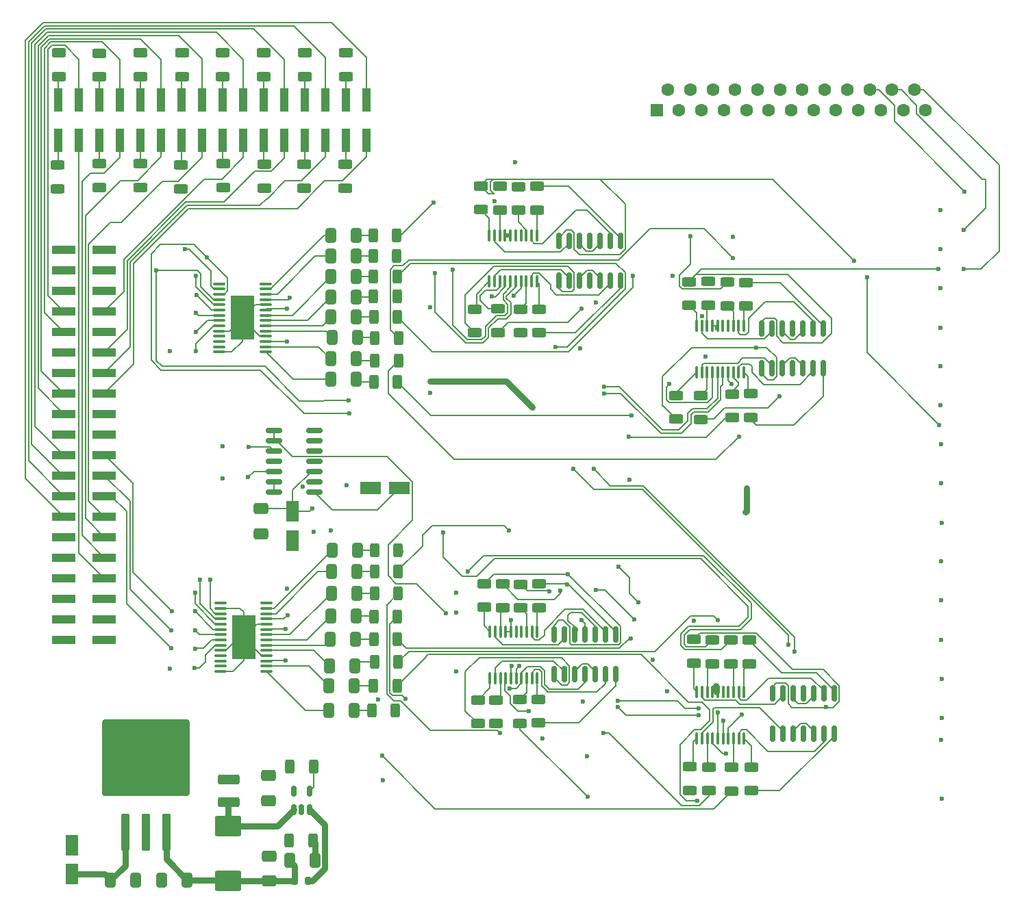
<source format=gbr>
%TF.GenerationSoftware,KiCad,Pcbnew,(7.0.0)*%
%TF.CreationDate,2023-04-15T15:54:35-07:00*%
%TF.ProjectId,FaultSignalGenerator_Isaiah_16Channel,4661756c-7453-4696-976e-616c47656e65,rev?*%
%TF.SameCoordinates,Original*%
%TF.FileFunction,Copper,L1,Top*%
%TF.FilePolarity,Positive*%
%FSLAX46Y46*%
G04 Gerber Fmt 4.6, Leading zero omitted, Abs format (unit mm)*
G04 Created by KiCad (PCBNEW (7.0.0)) date 2023-04-15 15:54:35*
%MOMM*%
%LPD*%
G01*
G04 APERTURE LIST*
G04 Aperture macros list*
%AMRoundRect*
0 Rectangle with rounded corners*
0 $1 Rounding radius*
0 $2 $3 $4 $5 $6 $7 $8 $9 X,Y pos of 4 corners*
0 Add a 4 corners polygon primitive as box body*
4,1,4,$2,$3,$4,$5,$6,$7,$8,$9,$2,$3,0*
0 Add four circle primitives for the rounded corners*
1,1,$1+$1,$2,$3*
1,1,$1+$1,$4,$5*
1,1,$1+$1,$6,$7*
1,1,$1+$1,$8,$9*
0 Add four rect primitives between the rounded corners*
20,1,$1+$1,$2,$3,$4,$5,0*
20,1,$1+$1,$4,$5,$6,$7,0*
20,1,$1+$1,$6,$7,$8,$9,0*
20,1,$1+$1,$8,$9,$2,$3,0*%
G04 Aperture macros list end*
%TA.AperFunction,SMDPad,CuDef*%
%ADD10RoundRect,0.250000X-1.075000X0.375000X-1.075000X-0.375000X1.075000X-0.375000X1.075000X0.375000X0*%
%TD*%
%TA.AperFunction,SMDPad,CuDef*%
%ADD11RoundRect,0.150000X-0.150000X0.825000X-0.150000X-0.825000X0.150000X-0.825000X0.150000X0.825000X0*%
%TD*%
%TA.AperFunction,SMDPad,CuDef*%
%ADD12RoundRect,0.250000X-0.312500X-0.625000X0.312500X-0.625000X0.312500X0.625000X-0.312500X0.625000X0*%
%TD*%
%TA.AperFunction,SMDPad,CuDef*%
%ADD13RoundRect,0.100000X-0.637500X-0.100000X0.637500X-0.100000X0.637500X0.100000X-0.637500X0.100000X0*%
%TD*%
%TA.AperFunction,SMDPad,CuDef*%
%ADD14R,2.850000X5.400000*%
%TD*%
%TA.AperFunction,SMDPad,CuDef*%
%ADD15RoundRect,0.250000X0.625000X-0.312500X0.625000X0.312500X-0.625000X0.312500X-0.625000X-0.312500X0*%
%TD*%
%TA.AperFunction,SMDPad,CuDef*%
%ADD16RoundRect,0.250000X1.400000X1.000000X-1.400000X1.000000X-1.400000X-1.000000X1.400000X-1.000000X0*%
%TD*%
%TA.AperFunction,SMDPad,CuDef*%
%ADD17RoundRect,0.250000X-0.412500X-0.650000X0.412500X-0.650000X0.412500X0.650000X-0.412500X0.650000X0*%
%TD*%
%TA.AperFunction,SMDPad,CuDef*%
%ADD18RoundRect,0.250000X0.412500X0.650000X-0.412500X0.650000X-0.412500X-0.650000X0.412500X-0.650000X0*%
%TD*%
%TA.AperFunction,SMDPad,CuDef*%
%ADD19RoundRect,0.250000X1.050000X0.550000X-1.050000X0.550000X-1.050000X-0.550000X1.050000X-0.550000X0*%
%TD*%
%TA.AperFunction,ComponentPad*%
%ADD20R,1.600000X1.600000*%
%TD*%
%TA.AperFunction,ComponentPad*%
%ADD21C,1.600000*%
%TD*%
%TA.AperFunction,SMDPad,CuDef*%
%ADD22RoundRect,0.250000X-0.625000X0.312500X-0.625000X-0.312500X0.625000X-0.312500X0.625000X0.312500X0*%
%TD*%
%TA.AperFunction,SMDPad,CuDef*%
%ADD23RoundRect,0.100000X0.100000X-0.637500X0.100000X0.637500X-0.100000X0.637500X-0.100000X-0.637500X0*%
%TD*%
%TA.AperFunction,SMDPad,CuDef*%
%ADD24RoundRect,0.250000X0.650000X-0.412500X0.650000X0.412500X-0.650000X0.412500X-0.650000X-0.412500X0*%
%TD*%
%TA.AperFunction,SMDPad,CuDef*%
%ADD25RoundRect,0.250000X-0.650000X0.412500X-0.650000X-0.412500X0.650000X-0.412500X0.650000X0.412500X0*%
%TD*%
%TA.AperFunction,SMDPad,CuDef*%
%ADD26RoundRect,0.250000X0.550000X-1.050000X0.550000X1.050000X-0.550000X1.050000X-0.550000X-1.050000X0*%
%TD*%
%TA.AperFunction,SMDPad,CuDef*%
%ADD27RoundRect,0.250000X0.312500X0.625000X-0.312500X0.625000X-0.312500X-0.625000X0.312500X-0.625000X0*%
%TD*%
%TA.AperFunction,SMDPad,CuDef*%
%ADD28RoundRect,0.250000X0.300000X-2.050000X0.300000X2.050000X-0.300000X2.050000X-0.300000X-2.050000X0*%
%TD*%
%TA.AperFunction,SMDPad,CuDef*%
%ADD29RoundRect,0.250000X2.375000X-2.025000X2.375000X2.025000X-2.375000X2.025000X-2.375000X-2.025000X0*%
%TD*%
%TA.AperFunction,SMDPad,CuDef*%
%ADD30RoundRect,0.250002X5.149998X-4.449998X5.149998X4.449998X-5.149998X4.449998X-5.149998X-4.449998X0*%
%TD*%
%TA.AperFunction,SMDPad,CuDef*%
%ADD31RoundRect,0.150000X0.150000X-0.512500X0.150000X0.512500X-0.150000X0.512500X-0.150000X-0.512500X0*%
%TD*%
%TA.AperFunction,SMDPad,CuDef*%
%ADD32RoundRect,0.250000X-0.550000X1.050000X-0.550000X-1.050000X0.550000X-1.050000X0.550000X1.050000X0*%
%TD*%
%TA.AperFunction,SMDPad,CuDef*%
%ADD33RoundRect,0.200000X0.200000X0.275000X-0.200000X0.275000X-0.200000X-0.275000X0.200000X-0.275000X0*%
%TD*%
%TA.AperFunction,SMDPad,CuDef*%
%ADD34RoundRect,0.150000X-0.825000X-0.150000X0.825000X-0.150000X0.825000X0.150000X-0.825000X0.150000X0*%
%TD*%
%TA.AperFunction,SMDPad,CuDef*%
%ADD35R,3.000000X1.000000*%
%TD*%
%TA.AperFunction,SMDPad,CuDef*%
%ADD36R,1.000000X3.000000*%
%TD*%
%TA.AperFunction,ViaPad*%
%ADD37C,0.600000*%
%TD*%
%TA.AperFunction,Conductor*%
%ADD38C,0.760000*%
%TD*%
%TA.AperFunction,Conductor*%
%ADD39C,0.200000*%
%TD*%
G04 APERTURE END LIST*
D10*
%TO.P,L1,1,1*%
%TO.N,+5V*%
X76795673Y-122225443D03*
%TO.P,L1,2,2*%
%TO.N,Net-(D1-A)*%
X76795673Y-125025443D03*
%TD*%
D11*
%TO.P,U10,1,1OUT*%
%TO.N,Channel5*%
X124635500Y-104288000D03*
%TO.P,U10,2,1IN-*%
%TO.N,-5gain*%
X123365500Y-104288000D03*
%TO.P,U10,3,1IN+*%
%TO.N,+6V*%
X122095500Y-104288000D03*
%TO.P,U10,4,VCC+*%
%TO.N,+12V*%
X120825500Y-104288000D03*
%TO.P,U10,5,2IN+*%
%TO.N,+6V*%
X119555500Y-104288000D03*
%TO.P,U10,6,2IN-*%
%TO.N,-6gain*%
X118285500Y-104288000D03*
%TO.P,U10,7,2OUT*%
%TO.N,Channel6*%
X117015500Y-104288000D03*
%TO.P,U10,8,3OUT*%
%TO.N,Channel7*%
X117015500Y-109238000D03*
%TO.P,U10,9,3IN-*%
%TO.N,-7gain*%
X118285500Y-109238000D03*
%TO.P,U10,10,3IN+*%
%TO.N,+6V*%
X119555500Y-109238000D03*
%TO.P,U10,11,VCC-*%
%TO.N,0*%
X120825500Y-109238000D03*
%TO.P,U10,12,4IN+*%
%TO.N,+6V*%
X122095500Y-109238000D03*
%TO.P,U10,13,4IN-*%
%TO.N,-8gain*%
X123365500Y-109238000D03*
%TO.P,U10,14,4OUT*%
%TO.N,Channel8*%
X124635500Y-109238000D03*
%TD*%
D12*
%TO.P,R50,1*%
%TO.N,DAC2*%
X94843592Y-96518621D03*
%TO.P,R50,2*%
%TO.N,Net-(C2-Pad1)*%
X97768592Y-96518621D03*
%TD*%
D13*
%TO.P,U14,1,ZR1/ZR1/FMT0*%
%TO.N,unconnected-(U14-ZR1{slash}ZR1{slash}FMT0-Pad1)*%
X75798613Y-100408812D03*
%TO.P,U14,2,\u002AMS/ADR/FMT1*%
%TO.N,0*%
X75798613Y-101058812D03*
%TO.P,U14,3,MC/SCL/DEMP*%
%TO.N,SCL*%
X75798613Y-101708812D03*
%TO.P,U14,4,MD/SDA/MUTE*%
%TO.N,SDA*%
X75798613Y-102358812D03*
%TO.P,U14,5,SCK*%
%TO.N,Net-(U14-SCK)*%
X75798613Y-103008812D03*
%TO.P,U14,6,DATA1*%
%TO.N,Net-(U14-DATA1)*%
X75798613Y-103658812D03*
%TO.P,U14,7,BCK*%
%TO.N,Net-(U14-BCK)*%
X75798613Y-104308812D03*
%TO.P,U14,8,LRCK*%
%TO.N,Net-(U14-LRCK)*%
X75798613Y-104958812D03*
%TO.P,U14,9,VDD*%
%TO.N,+3.3V*%
X75798613Y-105608812D03*
%TO.P,U14,10,DGND*%
%TO.N,0*%
X75798613Y-106258812D03*
%TO.P,U14,11,DATA2*%
%TO.N,unconnected-(U14-DATA2-Pad11)*%
X75798613Y-106908812D03*
%TO.P,U14,12,DATA3*%
%TO.N,unconnected-(U14-DATA3-Pad12)*%
X75798613Y-107558812D03*
%TO.P,U14,13,DATA4*%
%TO.N,unconnected-(U14-DATA4-Pad13)*%
X75798613Y-108208812D03*
%TO.P,U14,14,MSEL*%
%TO.N,0*%
X75798613Y-108858812D03*
%TO.P,U14,15,VOUT8*%
%TO.N,Net-(U14-VOUT8)*%
X81523613Y-108858812D03*
%TO.P,U14,16,VOUT7*%
%TO.N,Net-(U14-VOUT7)*%
X81523613Y-108208812D03*
%TO.P,U14,17,VCC1*%
%TO.N,+5V*%
X81523613Y-107558812D03*
%TO.P,U14,18,AGND1*%
%TO.N,0*%
X81523613Y-106908812D03*
%TO.P,U14,19,VOUT6*%
%TO.N,Net-(U14-VOUT6)*%
X81523613Y-106258812D03*
%TO.P,U14,20,VOUT5*%
%TO.N,Net-(U14-VOUT5)*%
X81523613Y-105608812D03*
%TO.P,U14,21,VOUT4*%
%TO.N,Net-(U14-VOUT4)*%
X81523613Y-104958812D03*
%TO.P,U14,22,VOUT3*%
%TO.N,Net-(U14-VOUT3)*%
X81523613Y-104308812D03*
%TO.P,U14,23,VCC2*%
%TO.N,+5V*%
X81523613Y-103658812D03*
%TO.P,U14,24,AGND2*%
%TO.N,0*%
X81523613Y-103008812D03*
%TO.P,U14,25,VCOM*%
%TO.N,COM1*%
X81523613Y-102358812D03*
%TO.P,U14,26,VOUT2*%
%TO.N,Net-(U14-VOUT2)*%
X81523613Y-101708812D03*
%TO.P,U14,27,VOUT1*%
%TO.N,Net-(U14-VOUT1)*%
X81523613Y-101058812D03*
%TO.P,U14,28,ZR2*%
%TO.N,unconnected-(U14-ZR2-Pad28)*%
X81523613Y-100408812D03*
D14*
%TO.P,U14,29,EPAD*%
%TO.N,0*%
X78661112Y-104633811D03*
%TD*%
D12*
%TO.P,R127,1*%
%TO.N,DAC16*%
X94758500Y-73074000D03*
%TO.P,R127,2*%
%TO.N,Net-(C72-Pad1)*%
X97683500Y-73074000D03*
%TD*%
%TO.P,R103,1*%
%TO.N,DAC12*%
X94716082Y-62421099D03*
%TO.P,R103,2*%
%TO.N,Net-(C57-Pad1)*%
X97641082Y-62421099D03*
%TD*%
D15*
%TO.P,R11,1*%
%TO.N,0*%
X65890751Y-49002500D03*
%TO.P,R11,2*%
%TO.N,Net-(J2-Pin_10)*%
X65890751Y-46077500D03*
%TD*%
%TO.P,R48,1*%
%TO.N,Net-(U4-P0A)*%
X140775500Y-63663000D03*
%TO.P,R48,2*%
%TO.N,Channel13*%
X140775500Y-60738000D03*
%TD*%
D16*
%TO.P,D1,1,K*%
%TO.N,Net-(D1-K)*%
X76710500Y-134805500D03*
%TO.P,D1,2,A*%
%TO.N,Net-(D1-A)*%
X76710500Y-128005500D03*
%TD*%
D11*
%TO.P,U11,1,1OUT*%
%TO.N,Channel9*%
X125225500Y-55588000D03*
%TO.P,U11,2,1IN-*%
%TO.N,-9gain*%
X123955500Y-55588000D03*
%TO.P,U11,3,1IN+*%
%TO.N,+6V*%
X122685500Y-55588000D03*
%TO.P,U11,4,VCC+*%
%TO.N,+12V*%
X121415500Y-55588000D03*
%TO.P,U11,5,2IN+*%
%TO.N,+6V*%
X120145500Y-55588000D03*
%TO.P,U11,6,2IN-*%
%TO.N,-10gain*%
X118875500Y-55588000D03*
%TO.P,U11,7,2OUT*%
%TO.N,Channel10*%
X117605500Y-55588000D03*
%TO.P,U11,8,3OUT*%
%TO.N,Channel11*%
X117605500Y-60538000D03*
%TO.P,U11,9,3IN-*%
%TO.N,-11gain*%
X118875500Y-60538000D03*
%TO.P,U11,10,3IN+*%
%TO.N,+6V*%
X120145500Y-60538000D03*
%TO.P,U11,11,VCC-*%
%TO.N,0*%
X121415500Y-60538000D03*
%TO.P,U11,12,4IN+*%
%TO.N,+6V*%
X122685500Y-60538000D03*
%TO.P,U11,13,4IN-*%
%TO.N,-12gain*%
X123955500Y-60538000D03*
%TO.P,U11,14,4OUT*%
%TO.N,Channel12*%
X125225500Y-60538000D03*
%TD*%
D12*
%TO.P,R52,1*%
%TO.N,DAC4*%
X94774024Y-102088317D03*
%TO.P,R52,2*%
%TO.N,Net-(C4-Pad1)*%
X97699024Y-102088317D03*
%TD*%
D15*
%TO.P,R44,1*%
%TO.N,Net-(U3-P0A)*%
X115175500Y-100963000D03*
%TO.P,R44,2*%
%TO.N,Channel5*%
X115175500Y-98038000D03*
%TD*%
D12*
%TO.P,R74,1*%
%TO.N,DAC6*%
X94857116Y-107663856D03*
%TO.P,R74,2*%
%TO.N,Net-(C17-Pad1)*%
X97782116Y-107663856D03*
%TD*%
%TO.P,R104,1*%
%TO.N,DAC13*%
X94758500Y-65014992D03*
%TO.P,R104,2*%
%TO.N,Net-(C58-Pad1)*%
X97683500Y-65014992D03*
%TD*%
D17*
%TO.P,C45,1*%
%TO.N,Net-(U15-VOUT4)*%
X89470386Y-62586922D03*
%TO.P,C45,2*%
%TO.N,DAC12*%
X92595386Y-62586922D03*
%TD*%
D18*
%TO.P,C80,1*%
%TO.N,0*%
X65338000Y-134690500D03*
%TO.P,C80,2*%
%TO.N,+12V*%
X62213000Y-134690500D03*
%TD*%
D15*
%TO.P,R24,1*%
%TO.N,Channel12*%
X115165500Y-66975500D03*
%TO.P,R24,2*%
%TO.N,Net-(U2-P1A)*%
X115165500Y-64050500D03*
%TD*%
D19*
%TO.P,C27,1*%
%TO.N,+6V*%
X97925500Y-86188000D03*
%TO.P,C27,2*%
%TO.N,0*%
X94325500Y-86188000D03*
%TD*%
D15*
%TO.P,R14,1*%
%TO.N,0*%
X81190751Y-49052500D03*
%TO.P,R14,2*%
%TO.N,Net-(J2-Pin_22)*%
X81190751Y-46127500D03*
%TD*%
D20*
%TO.P,J3,1,1*%
%TO.N,/Amplification Stage/out13*%
X129724999Y-39430330D03*
D21*
%TO.P,J3,2,2*%
%TO.N,/Amplification Stage/out12*%
X132495000Y-39430331D03*
%TO.P,J3,3,3*%
%TO.N,/Amplification Stage/out11*%
X135265000Y-39430331D03*
%TO.P,J3,4,4*%
%TO.N,/Amplification Stage/out10*%
X138035000Y-39430331D03*
%TO.P,J3,5,5*%
%TO.N,/Amplification Stage/out9*%
X140805000Y-39430331D03*
%TO.P,J3,6,6*%
%TO.N,/Amplification Stage/out8*%
X143575000Y-39430331D03*
%TO.P,J3,7,7*%
%TO.N,/Amplification Stage/out7*%
X146345000Y-39430331D03*
%TO.P,J3,8,8*%
%TO.N,/Amplification Stage/out6*%
X149115000Y-39430331D03*
%TO.P,J3,9,9*%
%TO.N,/Amplification Stage/out5*%
X151885000Y-39430331D03*
%TO.P,J3,10,10*%
%TO.N,/Amplification Stage/out4*%
X154655000Y-39430331D03*
%TO.P,J3,11,11*%
%TO.N,/Amplification Stage/out3*%
X157425000Y-39430331D03*
%TO.P,J3,12,12*%
%TO.N,/Amplification Stage/out2*%
X160195000Y-39430331D03*
%TO.P,J3,13,13*%
%TO.N,/Amplification Stage/out1*%
X162965000Y-39430331D03*
%TO.P,J3,14,P14*%
%TO.N,unconnected-(J3-P14-Pad14)*%
X131110000Y-36890331D03*
%TO.P,J3,15,P15*%
%TO.N,unconnected-(J3-P15-Pad15)*%
X133880000Y-36890331D03*
%TO.P,J3,16,P16*%
%TO.N,unconnected-(J3-P16-Pad16)*%
X136650000Y-36890331D03*
%TO.P,J3,17,P17*%
%TO.N,0*%
X139420000Y-36890331D03*
%TO.P,J3,18,P18*%
%TO.N,unconnected-(J3-P18-Pad18)*%
X142190000Y-36890331D03*
%TO.P,J3,19,P19*%
%TO.N,unconnected-(J3-P19-Pad19)*%
X144960000Y-36890331D03*
%TO.P,J3,20,P20*%
%TO.N,unconnected-(J3-P20-Pad20)*%
X147730000Y-36890331D03*
%TO.P,J3,21,P21*%
%TO.N,unconnected-(J3-P21-Pad21)*%
X150500000Y-36890331D03*
%TO.P,J3,22,P22*%
%TO.N,unconnected-(J3-P22-Pad22)*%
X153270000Y-36890331D03*
%TO.P,J3,23,P23*%
%TO.N,/Amplification Stage/out16*%
X156040000Y-36890331D03*
%TO.P,J3,24,P24*%
%TO.N,/Amplification Stage/out15*%
X158810000Y-36890331D03*
%TO.P,J3,25,P25*%
%TO.N,/Amplification Stage/out14*%
X161580000Y-36890331D03*
%TD*%
D15*
%TO.P,R40,1*%
%TO.N,Channel16*%
X141314205Y-77435948D03*
%TO.P,R40,2*%
%TO.N,Net-(U4-P1A)*%
X141314205Y-74510948D03*
%TD*%
D12*
%TO.P,R76,1*%
%TO.N,DAC8*%
X94504500Y-113714000D03*
%TO.P,R76,2*%
%TO.N,Net-(C19-Pad1)*%
X97429500Y-113714000D03*
%TD*%
D15*
%TO.P,R33,1*%
%TO.N,Channel7*%
X107638285Y-115302965D03*
%TO.P,R33,2*%
%TO.N,Net-(U3-P3A)*%
X107638285Y-112377965D03*
%TD*%
D12*
%TO.P,R53,1*%
%TO.N,DAC5*%
X94766705Y-104867220D03*
%TO.P,R53,2*%
%TO.N,Net-(C5-Pad1)*%
X97691705Y-104867220D03*
%TD*%
D15*
%TO.P,R41,1*%
%TO.N,Net-(U3-P2A)*%
X108375500Y-100913000D03*
%TO.P,R41,2*%
%TO.N,Channel6*%
X108375500Y-97988000D03*
%TD*%
D22*
%TO.P,R6,1*%
%TO.N,0*%
X81140751Y-32327500D03*
%TO.P,R6,2*%
%TO.N,Net-(J2-Pin_21)*%
X81140751Y-35252500D03*
%TD*%
D15*
%TO.P,R9,1*%
%TO.N,0*%
X55640751Y-49152500D03*
%TO.P,R9,2*%
%TO.N,Net-(J2-Pin_2)*%
X55640751Y-46227500D03*
%TD*%
%TO.P,R42,1*%
%TO.N,Net-(U3-P2B)*%
X110675500Y-100963000D03*
%TO.P,R42,2*%
%TO.N,gain6*%
X110675500Y-98038000D03*
%TD*%
D23*
%TO.P,U1,1,P3A*%
%TO.N,Net-(U1-P3A)*%
X134670500Y-117125500D03*
%TO.P,U1,2,P3W*%
%TO.N,-3gain*%
X135320500Y-117125500D03*
%TO.P,U1,3,P3B*%
%TO.N,Net-(U1-P3B)*%
X135970500Y-117125500D03*
%TO.P,U1,4,HVC/A0*%
%TO.N,+5V*%
X136620500Y-117125500D03*
%TO.P,U1,5,SCL*%
%TO.N,SCL*%
X137270500Y-117125500D03*
%TO.P,U1,6,SDA*%
%TO.N,SDA*%
X137920500Y-117125500D03*
%TO.P,U1,7,VSS*%
%TO.N,0*%
X138570500Y-117125500D03*
%TO.P,U1,8,P1B*%
%TO.N,Net-(U1-P1B)*%
X139220500Y-117125500D03*
%TO.P,U1,9,P1W*%
%TO.N,-4gain*%
X139870500Y-117125500D03*
%TO.P,U1,10,P1A*%
%TO.N,Net-(U1-P1A)*%
X140520500Y-117125500D03*
%TO.P,U1,11,P0A*%
%TO.N,Net-(U1-P0A)*%
X140520500Y-111400500D03*
%TO.P,U1,12,P0W*%
%TO.N,-1gain*%
X139870500Y-111400500D03*
%TO.P,U1,13,P0B*%
%TO.N,Net-(U1-P0B)*%
X139220500Y-111400500D03*
%TO.P,U1,14,NC*%
%TO.N,unconnected-(U1-NC-Pad14)*%
X138570500Y-111400500D03*
%TO.P,U1,15,\u002ARESET*%
%TO.N,unconnected-(U1-\u002ARESET-Pad15)*%
X137920500Y-111400500D03*
%TO.P,U1,16,A1*%
%TO.N,+5V*%
X137270500Y-111400500D03*
%TO.P,U1,17,VDD*%
X136620500Y-111400500D03*
%TO.P,U1,18,P2B*%
%TO.N,Net-(U1-P2B)*%
X135970500Y-111400500D03*
%TO.P,U1,19,P2W*%
%TO.N,-2gain*%
X135320500Y-111400500D03*
%TO.P,U1,20,P2A*%
%TO.N,Net-(U1-P2A)*%
X134670500Y-111400500D03*
%TD*%
D12*
%TO.P,R102,1*%
%TO.N,DAC11*%
X94712745Y-59979614D03*
%TO.P,R102,2*%
%TO.N,Net-(C56-Pad1)*%
X97637745Y-59979614D03*
%TD*%
D15*
%TO.P,R46,1*%
%TO.N,Net-(U4-P2B)*%
X136125500Y-63563000D03*
%TO.P,R46,2*%
%TO.N,gain14*%
X136125500Y-60638000D03*
%TD*%
%TO.P,R27,1*%
%TO.N,Net-(U1-P0B)*%
X138909500Y-107914000D03*
%TO.P,R27,2*%
%TO.N,gain1*%
X138909500Y-104989000D03*
%TD*%
D22*
%TO.P,R4,1*%
%TO.N,0*%
X71040751Y-32327500D03*
%TO.P,R4,2*%
%TO.N,Net-(J2-Pin_13)*%
X71040751Y-35252500D03*
%TD*%
D15*
%TO.P,R17,1*%
%TO.N,Channel3*%
X133782240Y-123560790D03*
%TO.P,R17,2*%
%TO.N,Net-(U1-P3A)*%
X133782240Y-120635790D03*
%TD*%
%TO.P,R21,1*%
%TO.N,Channel11*%
X107222558Y-66958598D03*
%TO.P,R21,2*%
%TO.N,Net-(U2-P3A)*%
X107222558Y-64033598D03*
%TD*%
%TO.P,R43,1*%
%TO.N,Net-(U3-P0B)*%
X112925500Y-101013000D03*
%TO.P,R43,2*%
%TO.N,gain5*%
X112925500Y-98088000D03*
%TD*%
D17*
%TO.P,C35,1*%
%TO.N,Net-(U14-VOUT7)*%
X89206980Y-110641551D03*
%TO.P,C35,2*%
%TO.N,DAC7*%
X92331980Y-110641551D03*
%TD*%
D24*
%TO.P,C81,1*%
%TO.N,0*%
X81745629Y-124844997D03*
%TO.P,C81,2*%
%TO.N,+5V*%
X81745629Y-121719997D03*
%TD*%
D15*
%TO.P,R13,1*%
%TO.N,0*%
X76140751Y-49002500D03*
%TO.P,R13,2*%
%TO.N,Net-(J2-Pin_18)*%
X76140751Y-46077500D03*
%TD*%
D12*
%TO.P,R51,1*%
%TO.N,DAC3*%
X94840844Y-99217890D03*
%TO.P,R51,2*%
%TO.N,Net-(C3-Pad1)*%
X97765844Y-99217890D03*
%TD*%
D17*
%TO.P,C32,1*%
%TO.N,Net-(U14-VOUT2)*%
X89539936Y-96533812D03*
%TO.P,C32,2*%
%TO.N,DAC2*%
X92664936Y-96533812D03*
%TD*%
D15*
%TO.P,R18,1*%
%TO.N,gain3*%
X136182240Y-123623290D03*
%TO.P,R18,2*%
%TO.N,Net-(U1-P3B)*%
X136182240Y-120698290D03*
%TD*%
D22*
%TO.P,R3,1*%
%TO.N,0*%
X65940751Y-32327500D03*
%TO.P,R3,2*%
%TO.N,Net-(J2-Pin_9)*%
X65940751Y-35252500D03*
%TD*%
D17*
%TO.P,C37,1*%
%TO.N,Net-(U15-VOUT3)*%
X89470386Y-60046922D03*
%TO.P,C37,2*%
%TO.N,DAC11*%
X92595386Y-60046922D03*
%TD*%
D25*
%TO.P,C28,1*%
%TO.N,Net-(U13-3IN+)*%
X80825500Y-88725500D03*
%TO.P,C28,2*%
%TO.N,0*%
X80825500Y-91850500D03*
%TD*%
D26*
%TO.P,C79,1*%
%TO.N,+12V*%
X57425500Y-133950500D03*
%TO.P,C79,2*%
%TO.N,0*%
X57425500Y-130350500D03*
%TD*%
D11*
%TO.P,U9,1,1OUT*%
%TO.N,Channel1*%
X151655500Y-111588000D03*
%TO.P,U9,2,1IN-*%
%TO.N,-1gain*%
X150385500Y-111588000D03*
%TO.P,U9,3,1IN+*%
%TO.N,+6V*%
X149115500Y-111588000D03*
%TO.P,U9,4,VCC+*%
%TO.N,+12V*%
X147845500Y-111588000D03*
%TO.P,U9,5,2IN+*%
%TO.N,+6V*%
X146575500Y-111588000D03*
%TO.P,U9,6,2IN-*%
%TO.N,-2gain*%
X145305500Y-111588000D03*
%TO.P,U9,7,2OUT*%
%TO.N,Channel2*%
X144035500Y-111588000D03*
%TO.P,U9,8,3OUT*%
%TO.N,Channel3*%
X144035500Y-116538000D03*
%TO.P,U9,9,3IN-*%
%TO.N,-3gain*%
X145305500Y-116538000D03*
%TO.P,U9,10,3IN+*%
%TO.N,+6V*%
X146575500Y-116538000D03*
%TO.P,U9,11,VCC-*%
%TO.N,0*%
X147845500Y-116538000D03*
%TO.P,U9,12,4IN+*%
%TO.N,+6V*%
X149115500Y-116538000D03*
%TO.P,U9,13,4IN-*%
%TO.N,-4gain*%
X150385500Y-116538000D03*
%TO.P,U9,14,4OUT*%
%TO.N,Channel4*%
X151655500Y-116538000D03*
%TD*%
D27*
%TO.P,R140,1*%
%TO.N,Boost_Shutdown*%
X87297224Y-120612426D03*
%TO.P,R140,2*%
%TO.N,+5V*%
X84372224Y-120612426D03*
%TD*%
D17*
%TO.P,C40,1*%
%TO.N,Net-(U14-VOUT1)*%
X89619025Y-93845568D03*
%TO.P,C40,2*%
%TO.N,DAC1*%
X92744025Y-93845568D03*
%TD*%
D15*
%TO.P,R19,1*%
%TO.N,gain4*%
X138995500Y-123663000D03*
%TO.P,R19,2*%
%TO.N,Net-(U1-P1B)*%
X138995500Y-120738000D03*
%TD*%
%TO.P,R47,1*%
%TO.N,Net-(U4-P0B)*%
X138475500Y-63613000D03*
%TO.P,R47,2*%
%TO.N,gain13*%
X138475500Y-60688000D03*
%TD*%
D12*
%TO.P,R125,1*%
%TO.N,DAC14*%
X94870430Y-67589397D03*
%TO.P,R125,2*%
%TO.N,Net-(C70-Pad1)*%
X97795430Y-67589397D03*
%TD*%
%TO.P,R49,1*%
%TO.N,DAC1*%
X94838274Y-93891669D03*
%TO.P,R49,2*%
%TO.N,Net-(C1-Pad1)*%
X97763274Y-93891669D03*
%TD*%
D23*
%TO.P,U4,1,P3A*%
%TO.N,Net-(U4-P3A)*%
X134650500Y-71850500D03*
%TO.P,U4,2,P3W*%
%TO.N,-15gain*%
X135300500Y-71850500D03*
%TO.P,U4,3,P3B*%
%TO.N,Net-(U4-P3B)*%
X135950500Y-71850500D03*
%TO.P,U4,4,HVC/A0*%
%TO.N,+5V*%
X136600500Y-71850500D03*
%TO.P,U4,5,SCL*%
%TO.N,SCL*%
X137250500Y-71850500D03*
%TO.P,U4,6,SDA*%
%TO.N,SDA*%
X137900500Y-71850500D03*
%TO.P,U4,7,VSS*%
%TO.N,0*%
X138550500Y-71850500D03*
%TO.P,U4,8,P1B*%
%TO.N,Net-(U4-P1B)*%
X139200500Y-71850500D03*
%TO.P,U4,9,P1W*%
%TO.N,-16gain*%
X139850500Y-71850500D03*
%TO.P,U4,10,P1A*%
%TO.N,Net-(U4-P1A)*%
X140500500Y-71850500D03*
%TO.P,U4,11,P0A*%
%TO.N,Net-(U4-P0A)*%
X140500500Y-66125500D03*
%TO.P,U4,12,P0W*%
%TO.N,-13gain*%
X139850500Y-66125500D03*
%TO.P,U4,13,P0B*%
%TO.N,Net-(U4-P0B)*%
X139200500Y-66125500D03*
%TO.P,U4,14,NC*%
%TO.N,unconnected-(U4-NC-Pad14)*%
X138550500Y-66125500D03*
%TO.P,U4,15,\u002ARESET*%
%TO.N,unconnected-(U4-\u002ARESET-Pad15)*%
X137900500Y-66125500D03*
%TO.P,U4,16,A1*%
%TO.N,+5V*%
X137250500Y-66125500D03*
%TO.P,U4,17,VDD*%
X136600500Y-66125500D03*
%TO.P,U4,18,P2B*%
%TO.N,Net-(U4-P2B)*%
X135950500Y-66125500D03*
%TO.P,U4,19,P2W*%
%TO.N,-14gain*%
X135300500Y-66125500D03*
%TO.P,U4,20,P2A*%
%TO.N,Net-(U4-P2A)*%
X134650500Y-66125500D03*
%TD*%
D28*
%TO.P,U16,1,OUTPUT*%
%TO.N,+12V*%
X64010500Y-128715500D03*
%TO.P,U16,2,COMMON*%
%TO.N,0*%
X66550500Y-128715500D03*
%TO.P,U16,3,INPUT*%
%TO.N,Net-(D1-K)*%
X69090500Y-128715500D03*
D29*
%TO.P,U16,4,EPAD*%
%TO.N,0*%
X63775500Y-121990500D03*
X69325500Y-121990500D03*
D30*
X66550500Y-119565500D03*
D29*
X63775500Y-117140500D03*
X69325500Y-117140500D03*
%TD*%
D25*
%TO.P,C83,1*%
%TO.N,0*%
X81790500Y-131680500D03*
%TO.P,C83,2*%
%TO.N,Net-(D1-K)*%
X81790500Y-134805500D03*
%TD*%
D23*
%TO.P,U2,1,P3A*%
%TO.N,Net-(U2-P3A)*%
X109040500Y-60625500D03*
%TO.P,U2,2,P3W*%
%TO.N,-11gain*%
X109690500Y-60625500D03*
%TO.P,U2,3,P3B*%
%TO.N,Net-(U2-P3B)*%
X110340500Y-60625500D03*
%TO.P,U2,4,HVC/A0*%
%TO.N,+5V*%
X110990500Y-60625500D03*
%TO.P,U2,5,SCL*%
%TO.N,SCL*%
X111640500Y-60625500D03*
%TO.P,U2,6,SDA*%
%TO.N,SDA*%
X112290500Y-60625500D03*
%TO.P,U2,7,VSS*%
%TO.N,0*%
X112940500Y-60625500D03*
%TO.P,U2,8,P1B*%
%TO.N,Net-(U2-P1B)*%
X113590500Y-60625500D03*
%TO.P,U2,9,P1W*%
%TO.N,-12gain*%
X114240500Y-60625500D03*
%TO.P,U2,10,P1A*%
%TO.N,Net-(U2-P1A)*%
X114890500Y-60625500D03*
%TO.P,U2,11,P0A*%
%TO.N,Net-(U2-P0A)*%
X114890500Y-54900500D03*
%TO.P,U2,12,P0W*%
%TO.N,-9gain*%
X114240500Y-54900500D03*
%TO.P,U2,13,P0B*%
%TO.N,Net-(U2-P0B)*%
X113590500Y-54900500D03*
%TO.P,U2,14,NC*%
%TO.N,unconnected-(U2-NC-Pad14)*%
X112940500Y-54900500D03*
%TO.P,U2,15,\u002ARESET*%
%TO.N,unconnected-(U2-\u002ARESET-Pad15)*%
X112290500Y-54900500D03*
%TO.P,U2,16,A1*%
%TO.N,+5V*%
X111640500Y-54900500D03*
%TO.P,U2,17,VDD*%
X110990500Y-54900500D03*
%TO.P,U2,18,P2B*%
%TO.N,Net-(U2-P2B)*%
X110340500Y-54900500D03*
%TO.P,U2,19,P2W*%
%TO.N,-10gain*%
X109690500Y-54900500D03*
%TO.P,U2,20,P2A*%
%TO.N,Net-(U2-P2A)*%
X109040500Y-54900500D03*
%TD*%
D15*
%TO.P,R23,1*%
%TO.N,gain12*%
X112915320Y-66969390D03*
%TO.P,R23,2*%
%TO.N,Net-(U2-P1B)*%
X112915320Y-64044390D03*
%TD*%
%TO.P,R25,1*%
%TO.N,Net-(U1-P2A)*%
X134277500Y-107838000D03*
%TO.P,R25,2*%
%TO.N,Channel2*%
X134277500Y-104913000D03*
%TD*%
%TO.P,R34,1*%
%TO.N,gain7*%
X109888285Y-115302965D03*
%TO.P,R34,2*%
%TO.N,Net-(U3-P3B)*%
X109888285Y-112377965D03*
%TD*%
%TO.P,R31,1*%
%TO.N,Net-(U2-P0B)*%
X112615500Y-51813000D03*
%TO.P,R31,2*%
%TO.N,gain9*%
X112615500Y-48888000D03*
%TD*%
D17*
%TO.P,C84,1*%
%TO.N,0*%
X68563000Y-134690500D03*
%TO.P,C84,2*%
%TO.N,Net-(D1-K)*%
X71688000Y-134690500D03*
%TD*%
%TO.P,C47,1*%
%TO.N,Net-(U15-VOUT8)*%
X89470386Y-72746922D03*
%TO.P,C47,2*%
%TO.N,DAC16*%
X92595386Y-72746922D03*
%TD*%
%TO.P,C34,1*%
%TO.N,Net-(U14-VOUT5)*%
X89346445Y-104903273D03*
%TO.P,C34,2*%
%TO.N,DAC5*%
X92471445Y-104903273D03*
%TD*%
D12*
%TO.P,R141,1*%
%TO.N,0*%
X84300485Y-129794954D03*
%TO.P,R141,2*%
%TO.N,Net-(C82-Pad1)*%
X87225485Y-129794954D03*
%TD*%
D17*
%TO.P,C43,1*%
%TO.N,Net-(U14-VOUT8)*%
X89213438Y-113653611D03*
%TO.P,C43,2*%
%TO.N,DAC8*%
X92338438Y-113653611D03*
%TD*%
D31*
%TO.P,U18,1,SW*%
%TO.N,Net-(D1-A)*%
X84884724Y-125921075D03*
%TO.P,U18,2,GND*%
%TO.N,0*%
X85834724Y-125921075D03*
%TO.P,U18,3,FB*%
%TO.N,Net-(U18-FB)*%
X86784724Y-125921075D03*
%TO.P,U18,4,SHDN*%
%TO.N,Boost_Shutdown*%
X86784724Y-123646075D03*
%TO.P,U18,5,Vin*%
%TO.N,+5V*%
X84884724Y-123646075D03*
%TD*%
D15*
%TO.P,R26,1*%
%TO.N,Net-(U1-P2B)*%
X136577500Y-107888000D03*
%TO.P,R26,2*%
%TO.N,gain2*%
X136577500Y-104963000D03*
%TD*%
%TO.P,R12,1*%
%TO.N,0*%
X70890751Y-49152500D03*
%TO.P,R12,2*%
%TO.N,Net-(J2-Pin_14)*%
X70890751Y-46227500D03*
%TD*%
D17*
%TO.P,C42,1*%
%TO.N,Net-(U14-VOUT6)*%
X89252113Y-108189812D03*
%TO.P,C42,2*%
%TO.N,DAC6*%
X92377113Y-108189812D03*
%TD*%
D15*
%TO.P,R39,1*%
%TO.N,gain16*%
X139034662Y-77488889D03*
%TO.P,R39,2*%
%TO.N,Net-(U4-P1B)*%
X139034662Y-74563889D03*
%TD*%
D18*
%TO.P,C82,1*%
%TO.N,Net-(C82-Pad1)*%
X87455500Y-132265500D03*
%TO.P,C82,2*%
%TO.N,Net-(D1-K)*%
X84330500Y-132265500D03*
%TD*%
D32*
%TO.P,C29,1*%
%TO.N,Net-(U13-3IN+)*%
X84725500Y-89088000D03*
%TO.P,C29,2*%
%TO.N,0*%
X84725500Y-92688000D03*
%TD*%
D12*
%TO.P,R126,1*%
%TO.N,DAC15*%
X94877831Y-70387664D03*
%TO.P,R126,2*%
%TO.N,Net-(C71-Pad1)*%
X97802831Y-70387664D03*
%TD*%
D33*
%TO.P,R142,1*%
%TO.N,Net-(U18-FB)*%
X86618000Y-134805500D03*
%TO.P,R142,2*%
%TO.N,Net-(D1-K)*%
X84968000Y-134805500D03*
%TD*%
D15*
%TO.P,R45,1*%
%TO.N,Net-(U4-P2A)*%
X133707919Y-63571862D03*
%TO.P,R45,2*%
%TO.N,Channel14*%
X133707919Y-60646862D03*
%TD*%
D22*
%TO.P,R7,1*%
%TO.N,0*%
X86221428Y-32349567D03*
%TO.P,R7,2*%
%TO.N,Net-(J2-Pin_25)*%
X86221428Y-35274567D03*
%TD*%
D12*
%TO.P,R101,1*%
%TO.N,DAC9*%
X94679661Y-54966922D03*
%TO.P,R101,2*%
%TO.N,Net-(C55-Pad1)*%
X97604661Y-54966922D03*
%TD*%
D22*
%TO.P,R5,1*%
%TO.N,0*%
X76090751Y-32327500D03*
%TO.P,R5,2*%
%TO.N,Net-(J2-Pin_17)*%
X76090751Y-35252500D03*
%TD*%
D15*
%TO.P,R37,1*%
%TO.N,Channel15*%
X132092400Y-77639849D03*
%TO.P,R37,2*%
%TO.N,Net-(U4-P3A)*%
X132092400Y-74714849D03*
%TD*%
%TO.P,R16,1*%
%TO.N,0*%
X91240751Y-49052500D03*
%TO.P,R16,2*%
%TO.N,Net-(J2-Pin_30)*%
X91240751Y-46127500D03*
%TD*%
D23*
%TO.P,U3,1,P3A*%
%TO.N,Net-(U3-P3A)*%
X109100500Y-109675500D03*
%TO.P,U3,2,P3W*%
%TO.N,-7gain*%
X109750500Y-109675500D03*
%TO.P,U3,3,P3B*%
%TO.N,Net-(U3-P3B)*%
X110400500Y-109675500D03*
%TO.P,U3,4,HVC/A0*%
%TO.N,+5V*%
X111050500Y-109675500D03*
%TO.P,U3,5,SCL*%
%TO.N,SCL*%
X111700500Y-109675500D03*
%TO.P,U3,6,SDA*%
%TO.N,SDA*%
X112350500Y-109675500D03*
%TO.P,U3,7,VSS*%
%TO.N,0*%
X113000500Y-109675500D03*
%TO.P,U3,8,P1B*%
%TO.N,Net-(U3-P1B)*%
X113650500Y-109675500D03*
%TO.P,U3,9,P1W*%
%TO.N,-8gain*%
X114300500Y-109675500D03*
%TO.P,U3,10,P1A*%
%TO.N,Net-(U3-P1A)*%
X114950500Y-109675500D03*
%TO.P,U3,11,P0A*%
%TO.N,Net-(U3-P0A)*%
X114950500Y-103950500D03*
%TO.P,U3,12,P0W*%
%TO.N,-5gain*%
X114300500Y-103950500D03*
%TO.P,U3,13,P0B*%
%TO.N,Net-(U3-P0B)*%
X113650500Y-103950500D03*
%TO.P,U3,14,NC*%
%TO.N,unconnected-(U3-NC-Pad14)*%
X113000500Y-103950500D03*
%TO.P,U3,15,\u002ARESET*%
%TO.N,unconnected-(U3-\u002ARESET-Pad15)*%
X112350500Y-103950500D03*
%TO.P,U3,16,A1*%
%TO.N,+5V*%
X111700500Y-103950500D03*
%TO.P,U3,17,VDD*%
X111050500Y-103950500D03*
%TO.P,U3,18,P2B*%
%TO.N,Net-(U3-P2B)*%
X110400500Y-103950500D03*
%TO.P,U3,19,P2W*%
%TO.N,-6gain*%
X109750500Y-103950500D03*
%TO.P,U3,20,P2A*%
%TO.N,Net-(U3-P2A)*%
X109100500Y-103950500D03*
%TD*%
D12*
%TO.P,R100,1*%
%TO.N,DAC10*%
X94679661Y-57506922D03*
%TO.P,R100,2*%
%TO.N,Net-(C54-Pad1)*%
X97604661Y-57506922D03*
%TD*%
D22*
%TO.P,R1,1*%
%TO.N,0*%
X55790751Y-32327500D03*
%TO.P,R1,2*%
%TO.N,Net-(J2-Pin_1)*%
X55790751Y-35252500D03*
%TD*%
D15*
%TO.P,R28,1*%
%TO.N,Net-(U1-P0A)*%
X141195500Y-107914000D03*
%TO.P,R28,2*%
%TO.N,Channel1*%
X141195500Y-104989000D03*
%TD*%
%TO.P,R29,1*%
%TO.N,Net-(U2-P2A)*%
X107965500Y-51713000D03*
%TO.P,R29,2*%
%TO.N,Channel10*%
X107965500Y-48788000D03*
%TD*%
D17*
%TO.P,C33,1*%
%TO.N,Net-(U14-VOUT3)*%
X89497165Y-99217589D03*
%TO.P,C33,2*%
%TO.N,DAC3*%
X92622165Y-99217589D03*
%TD*%
%TO.P,C36,1*%
%TO.N,Net-(U15-VOUT2)*%
X89470386Y-57506922D03*
%TO.P,C36,2*%
%TO.N,DAC10*%
X92595386Y-57506922D03*
%TD*%
D15*
%TO.P,R38,1*%
%TO.N,gain15*%
X135155383Y-77662500D03*
%TO.P,R38,2*%
%TO.N,Net-(U4-P3B)*%
X135155383Y-74737500D03*
%TD*%
D17*
%TO.P,C46,1*%
%TO.N,Net-(U15-VOUT6)*%
X89640000Y-67579466D03*
%TO.P,C46,2*%
%TO.N,DAC14*%
X92765000Y-67579466D03*
%TD*%
%TO.P,C44,1*%
%TO.N,Net-(U15-VOUT1)*%
X89470386Y-54966922D03*
%TO.P,C44,2*%
%TO.N,DAC9*%
X92595386Y-54966922D03*
%TD*%
D34*
%TO.P,U13,1,1OUT*%
%TO.N,+1*%
X82425500Y-79038000D03*
%TO.P,U13,2,1IN-*%
X82425500Y-80308000D03*
%TO.P,U13,3,1IN+*%
%TO.N,COM1*%
X82425500Y-81578000D03*
%TO.P,U13,4,VCC+*%
%TO.N,+12V*%
X82425500Y-82848000D03*
%TO.P,U13,5,2IN+*%
%TO.N,COM2*%
X82425500Y-84118000D03*
%TO.P,U13,6,2IN-*%
%TO.N,+10*%
X82425500Y-85388000D03*
%TO.P,U13,7,2OUT*%
X82425500Y-86658000D03*
%TO.P,U13,8,3OUT*%
%TO.N,+6V*%
X87375500Y-86658000D03*
%TO.P,U13,9,3IN-*%
%TO.N,Net-(U13-3IN-)*%
X87375500Y-85388000D03*
%TO.P,U13,10,3IN+*%
%TO.N,Net-(U13-3IN+)*%
X87375500Y-84118000D03*
%TO.P,U13,11,VCC-*%
%TO.N,0*%
X87375500Y-82848000D03*
%TO.P,U13,12,4IN+*%
%TO.N,unconnected-(U13-4IN+-Pad12)*%
X87375500Y-81578000D03*
%TO.P,U13,13,4IN-*%
%TO.N,unconnected-(U13-4IN--Pad13)*%
X87375500Y-80308000D03*
%TO.P,U13,14,4OUT*%
%TO.N,unconnected-(U13-4OUT-Pad14)*%
X87375500Y-79038000D03*
%TD*%
D17*
%TO.P,C39,1*%
%TO.N,Net-(U15-VOUT7)*%
X89445192Y-70188162D03*
%TO.P,C39,2*%
%TO.N,DAC15*%
X92570192Y-70188162D03*
%TD*%
D15*
%TO.P,R30,1*%
%TO.N,Net-(U2-P2B)*%
X110365500Y-51763000D03*
%TO.P,R30,2*%
%TO.N,gain10*%
X110365500Y-48838000D03*
%TD*%
D35*
%TO.P,J1,1,Pin_1*%
%TO.N,+3.3V*%
X61449999Y-56669999D03*
%TO.P,J1,2,Pin_2*%
%TO.N,+5V*%
X56409999Y-56669999D03*
%TO.P,J1,3,Pin_3*%
%TO.N,SDA*%
X61449999Y-59209999D03*
%TO.P,J1,4,Pin_4*%
%TO.N,+5V*%
X56409999Y-59209999D03*
%TO.P,J1,5,Pin_5*%
%TO.N,SCL*%
X61449999Y-61749999D03*
%TO.P,J1,6,Pin_6*%
%TO.N,0*%
X56409999Y-61749999D03*
%TO.P,J1,7,Pin_7*%
%TO.N,LED13*%
X61449999Y-64289999D03*
%TO.P,J1,8,Pin_8*%
%TO.N,LED1*%
X56409999Y-64289999D03*
%TO.P,J1,9,Pin_9*%
%TO.N,0*%
X61449999Y-66829999D03*
%TO.P,J1,10,Pin_10*%
%TO.N,LED2*%
X56409999Y-66829999D03*
%TO.P,J1,11,Pin_11*%
%TO.N,LED14*%
X61449999Y-69369999D03*
%TO.P,J1,12,Pin_12*%
%TO.N,TDMB_SCK*%
X56409999Y-69369999D03*
%TO.P,J1,13,Pin_13*%
%TO.N,LED15*%
X61449999Y-71909999D03*
%TO.P,J1,14,Pin_14*%
%TO.N,0*%
X56409999Y-71909999D03*
%TO.P,J1,15,Pin_15*%
%TO.N,LED16*%
X61449999Y-74449999D03*
%TO.P,J1,16,Pin_16*%
%TO.N,LED3*%
X56409999Y-74449999D03*
%TO.P,J1,17,Pin_17*%
%TO.N,+3.3V*%
X61449999Y-76989999D03*
%TO.P,J1,18,Pin_18*%
%TO.N,LED4*%
X56409999Y-76989999D03*
%TO.P,J1,19,Pin_19*%
%TO.N,unconnected-(J1-Pin_19-Pad19)*%
X61449999Y-79529999D03*
%TO.P,J1,20,Pin_20*%
%TO.N,0*%
X56409999Y-79529999D03*
%TO.P,J1,21,Pin_21*%
%TO.N,TDMA_DATA*%
X61449999Y-82069999D03*
%TO.P,J1,22,Pin_22*%
%TO.N,LED5*%
X56409999Y-82069999D03*
%TO.P,J1,23,Pin_23*%
%TO.N,TDMA_BCLK*%
X61449999Y-84609999D03*
%TO.P,J1,24,Pin_24*%
%TO.N,LED6*%
X56409999Y-84609999D03*
%TO.P,J1,25,Pin_25*%
%TO.N,TDMA_LRCLK*%
X61449999Y-87149999D03*
%TO.P,J1,26,Pin_26*%
%TO.N,LED7*%
X56409999Y-87149999D03*
%TO.P,J1,27,Pin_27*%
%TO.N,LED12*%
X61449999Y-89689999D03*
%TO.P,J1,28,Pin_28*%
%TO.N,LED8*%
X56409999Y-89689999D03*
%TO.P,J1,29,Pin_29*%
%TO.N,LED11*%
X61449999Y-92229999D03*
%TO.P,J1,30,Pin_30*%
%TO.N,unconnected-(J1-Pin_30-Pad30)*%
X56409999Y-92229999D03*
%TO.P,J1,31,Pin_31*%
%TO.N,LED10*%
X61449999Y-94769999D03*
%TO.P,J1,32,Pin_32*%
%TO.N,unconnected-(J1-Pin_32-Pad32)*%
X56409999Y-94769999D03*
%TO.P,J1,33,Pin_33*%
%TO.N,LED9*%
X61449999Y-97309999D03*
%TO.P,J1,34,Pin_34*%
%TO.N,0*%
X56409999Y-97309999D03*
%TO.P,J1,35,Pin_35*%
%TO.N,TDMB_LRCLK*%
X61449999Y-99849999D03*
%TO.P,J1,36,Pin_36*%
%TO.N,unconnected-(J1-Pin_36-Pad36)*%
X56409999Y-99849999D03*
%TO.P,J1,37,Pin_37*%
%TO.N,TDM_MCLK*%
X61449999Y-102389999D03*
%TO.P,J1,38,Pin_38*%
%TO.N,unconnected-(J1-Pin_38-Pad38)*%
X56409999Y-102389999D03*
%TO.P,J1,39,Pin_39*%
%TO.N,0*%
X61449999Y-104929999D03*
%TO.P,J1,40,Pin_40*%
%TO.N,TDMB_DATA*%
X56409999Y-104929999D03*
%TD*%
D15*
%TO.P,R22,1*%
%TO.N,gain11*%
X110121921Y-66918249D03*
%TO.P,R22,2*%
%TO.N,Net-(U2-P3B)*%
X110121921Y-63993249D03*
%TD*%
D17*
%TO.P,C41,1*%
%TO.N,Net-(U14-VOUT4)*%
X89447557Y-102017996D03*
%TO.P,C41,2*%
%TO.N,DAC4*%
X92572557Y-102017996D03*
%TD*%
D15*
%TO.P,R10,1*%
%TO.N,0*%
X60840751Y-49002500D03*
%TO.P,R10,2*%
%TO.N,Net-(J2-Pin_6)*%
X60840751Y-46077500D03*
%TD*%
D22*
%TO.P,R8,1*%
%TO.N,0*%
X91290751Y-32327500D03*
%TO.P,R8,2*%
%TO.N,Net-(J2-Pin_29)*%
X91290751Y-35252500D03*
%TD*%
D13*
%TO.P,U15,1,ZR1/ZR1/FMT0*%
%TO.N,unconnected-(U15-ZR1{slash}ZR1{slash}FMT0-Pad1)*%
X75640000Y-60901922D03*
%TO.P,U15,2,\u002AMS/ADR/FMT1*%
%TO.N,+3.3V*%
X75640000Y-61551922D03*
%TO.P,U15,3,MC/SCL/DEMP*%
%TO.N,SCL*%
X75640000Y-62201922D03*
%TO.P,U15,4,MD/SDA/MUTE*%
%TO.N,SDA*%
X75640000Y-62851922D03*
%TO.P,U15,5,SCK*%
%TO.N,Net-(U15-SCK)*%
X75640000Y-63501922D03*
%TO.P,U15,6,DATA1*%
%TO.N,Net-(U15-DATA1)*%
X75640000Y-64151922D03*
%TO.P,U15,7,BCK*%
%TO.N,Net-(U15-BCK)*%
X75640000Y-64801922D03*
%TO.P,U15,8,LRCK*%
%TO.N,Net-(U15-LRCK)*%
X75640000Y-65451922D03*
%TO.P,U15,9,VDD*%
%TO.N,+3.3V*%
X75640000Y-66101922D03*
%TO.P,U15,10,DGND*%
%TO.N,0*%
X75640000Y-66751922D03*
%TO.P,U15,11,DATA2*%
%TO.N,unconnected-(U15-DATA2-Pad11)*%
X75640000Y-67401922D03*
%TO.P,U15,12,DATA3*%
%TO.N,unconnected-(U15-DATA3-Pad12)*%
X75640000Y-68051922D03*
%TO.P,U15,13,DATA4*%
%TO.N,unconnected-(U15-DATA4-Pad13)*%
X75640000Y-68701922D03*
%TO.P,U15,14,MSEL*%
%TO.N,0*%
X75640000Y-69351922D03*
%TO.P,U15,15,VOUT8*%
%TO.N,Net-(U15-VOUT8)*%
X81365000Y-69351922D03*
%TO.P,U15,16,VOUT7*%
%TO.N,Net-(U15-VOUT7)*%
X81365000Y-68701922D03*
%TO.P,U15,17,VCC1*%
%TO.N,+5V*%
X81365000Y-68051922D03*
%TO.P,U15,18,AGND1*%
%TO.N,0*%
X81365000Y-67401922D03*
%TO.P,U15,19,VOUT6*%
%TO.N,Net-(U15-VOUT6)*%
X81365000Y-66751922D03*
%TO.P,U15,20,VOUT5*%
%TO.N,Net-(U15-VOUT5)*%
X81365000Y-66101922D03*
%TO.P,U15,21,VOUT4*%
%TO.N,Net-(U15-VOUT4)*%
X81365000Y-65451922D03*
%TO.P,U15,22,VOUT3*%
%TO.N,Net-(U15-VOUT3)*%
X81365000Y-64801922D03*
%TO.P,U15,23,VCC2*%
%TO.N,+5V*%
X81365000Y-64151922D03*
%TO.P,U15,24,AGND2*%
%TO.N,0*%
X81365000Y-63501922D03*
%TO.P,U15,25,VCOM*%
%TO.N,COM2*%
X81365000Y-62851922D03*
%TO.P,U15,26,VOUT2*%
%TO.N,Net-(U15-VOUT2)*%
X81365000Y-62201922D03*
%TO.P,U15,27,VOUT1*%
%TO.N,Net-(U15-VOUT1)*%
X81365000Y-61551922D03*
%TO.P,U15,28,ZR2*%
%TO.N,unconnected-(U15-ZR2-Pad28)*%
X81365000Y-60901922D03*
D14*
%TO.P,U15,29,EPAD*%
%TO.N,0*%
X78502499Y-65126921D03*
%TD*%
D12*
%TO.P,R75,1*%
%TO.N,DAC7*%
X94700490Y-110655228D03*
%TO.P,R75,2*%
%TO.N,Net-(C18-Pad1)*%
X97625490Y-110655228D03*
%TD*%
D15*
%TO.P,R32,1*%
%TO.N,Net-(U2-P0A)*%
X114915500Y-51763000D03*
%TO.P,R32,2*%
%TO.N,Channel9*%
X114915500Y-48838000D03*
%TD*%
%TO.P,R35,1*%
%TO.N,gain8*%
X112825500Y-115263000D03*
%TO.P,R35,2*%
%TO.N,Net-(U3-P1B)*%
X112825500Y-112338000D03*
%TD*%
D11*
%TO.P,U12,1,1OUT*%
%TO.N,Channel13*%
X150305500Y-66438000D03*
%TO.P,U12,2,1IN-*%
%TO.N,-13gain*%
X149035500Y-66438000D03*
%TO.P,U12,3,1IN+*%
%TO.N,+6V*%
X147765500Y-66438000D03*
%TO.P,U12,4,VCC+*%
%TO.N,+12V*%
X146495500Y-66438000D03*
%TO.P,U12,5,2IN+*%
%TO.N,+6V*%
X145225500Y-66438000D03*
%TO.P,U12,6,2IN-*%
%TO.N,-14gain*%
X143955500Y-66438000D03*
%TO.P,U12,7,2OUT*%
%TO.N,Channel14*%
X142685500Y-66438000D03*
%TO.P,U12,8,3OUT*%
%TO.N,Channel15*%
X142685500Y-71388000D03*
%TO.P,U12,9,3IN-*%
%TO.N,-15gain*%
X143955500Y-71388000D03*
%TO.P,U12,10,3IN+*%
%TO.N,+6V*%
X145225500Y-71388000D03*
%TO.P,U12,11,VCC-*%
%TO.N,0*%
X146495500Y-71388000D03*
%TO.P,U12,12,4IN+*%
%TO.N,+6V*%
X147765500Y-71388000D03*
%TO.P,U12,13,4IN-*%
%TO.N,-16gain*%
X149035500Y-71388000D03*
%TO.P,U12,14,4OUT*%
%TO.N,Channel16*%
X150305500Y-71388000D03*
%TD*%
D22*
%TO.P,R2,1*%
%TO.N,0*%
X60865067Y-32372307D03*
%TO.P,R2,2*%
%TO.N,Net-(J2-Pin_5)*%
X60865067Y-35297307D03*
%TD*%
D15*
%TO.P,R15,1*%
%TO.N,0*%
X86140751Y-49052500D03*
%TO.P,R15,2*%
%TO.N,Net-(J2-Pin_26)*%
X86140751Y-46127500D03*
%TD*%
D36*
%TO.P,J2,1,Pin_1*%
%TO.N,Net-(J2-Pin_1)*%
X55770750Y-38139999D03*
%TO.P,J2,2,Pin_2*%
%TO.N,Net-(J2-Pin_2)*%
X55770750Y-43179999D03*
%TO.P,J2,3,Pin_3*%
%TO.N,LED1*%
X58310750Y-38139999D03*
%TO.P,J2,4,Pin_4*%
%TO.N,LED9*%
X58310750Y-43179999D03*
%TO.P,J2,5,Pin_5*%
%TO.N,Net-(J2-Pin_5)*%
X60850750Y-38139999D03*
%TO.P,J2,6,Pin_6*%
%TO.N,Net-(J2-Pin_6)*%
X60850750Y-43179999D03*
%TO.P,J2,7,Pin_7*%
%TO.N,LED2*%
X63390750Y-38139999D03*
%TO.P,J2,8,Pin_8*%
%TO.N,LED10*%
X63390750Y-43179999D03*
%TO.P,J2,9,Pin_9*%
%TO.N,Net-(J2-Pin_9)*%
X65930750Y-38139999D03*
%TO.P,J2,10,Pin_10*%
%TO.N,Net-(J2-Pin_10)*%
X65930750Y-43179999D03*
%TO.P,J2,11,Pin_11*%
%TO.N,LED3*%
X68470750Y-38139999D03*
%TO.P,J2,12,Pin_12*%
%TO.N,LED11*%
X68470750Y-43179999D03*
%TO.P,J2,13,Pin_13*%
%TO.N,Net-(J2-Pin_13)*%
X71010750Y-38139999D03*
%TO.P,J2,14,Pin_14*%
%TO.N,Net-(J2-Pin_14)*%
X71010750Y-43179999D03*
%TO.P,J2,15,Pin_15*%
%TO.N,LED4*%
X73550750Y-38139999D03*
%TO.P,J2,16,Pin_16*%
%TO.N,LED12*%
X73550750Y-43179999D03*
%TO.P,J2,17,Pin_17*%
%TO.N,Net-(J2-Pin_17)*%
X76090750Y-38139999D03*
%TO.P,J2,18,Pin_18*%
%TO.N,Net-(J2-Pin_18)*%
X76090750Y-43179999D03*
%TO.P,J2,19,Pin_19*%
%TO.N,LED5*%
X78630750Y-38139999D03*
%TO.P,J2,20,Pin_20*%
%TO.N,LED13*%
X78630750Y-43179999D03*
%TO.P,J2,21,Pin_21*%
%TO.N,Net-(J2-Pin_21)*%
X81170750Y-38139999D03*
%TO.P,J2,22,Pin_22*%
%TO.N,Net-(J2-Pin_22)*%
X81170750Y-43179999D03*
%TO.P,J2,23,Pin_23*%
%TO.N,LED6*%
X83710750Y-38139999D03*
%TO.P,J2,24,Pin_24*%
%TO.N,LED14*%
X83710750Y-43179999D03*
%TO.P,J2,25,Pin_25*%
%TO.N,Net-(J2-Pin_25)*%
X86250750Y-38139999D03*
%TO.P,J2,26,Pin_26*%
%TO.N,Net-(J2-Pin_26)*%
X86250750Y-43179999D03*
%TO.P,J2,27,Pin_27*%
%TO.N,LED7*%
X88790750Y-38139999D03*
%TO.P,J2,28,Pin_28*%
%TO.N,LED15*%
X88790750Y-43179999D03*
%TO.P,J2,29,Pin_29*%
%TO.N,Net-(J2-Pin_29)*%
X91330750Y-38139999D03*
%TO.P,J2,30,Pin_30*%
%TO.N,Net-(J2-Pin_30)*%
X91330750Y-43179999D03*
%TO.P,J2,31,Pin_31*%
%TO.N,LED8*%
X93870750Y-38139999D03*
%TO.P,J2,32,Pin_32*%
%TO.N,LED16*%
X93870750Y-43179999D03*
%TD*%
D15*
%TO.P,R20,1*%
%TO.N,Channel4*%
X141445500Y-123625500D03*
%TO.P,R20,2*%
%TO.N,Net-(U1-P1A)*%
X141445500Y-120700500D03*
%TD*%
D17*
%TO.P,C38,1*%
%TO.N,Net-(U15-VOUT5)*%
X89471542Y-65020650D03*
%TO.P,C38,2*%
%TO.N,DAC13*%
X92596542Y-65020650D03*
%TD*%
D15*
%TO.P,R36,1*%
%TO.N,Channel8*%
X115075500Y-115213000D03*
%TO.P,R36,2*%
%TO.N,Net-(U3-P1A)*%
X115075500Y-112288000D03*
%TD*%
D37*
%TO.N,+5V*%
X76795673Y-122225443D03*
X81745629Y-121719997D03*
X84884724Y-123646075D03*
X101700000Y-73000000D03*
X114300000Y-76200000D03*
%TO.N,Channel10*%
X164600500Y-78338000D03*
X155700000Y-60100000D03*
X154150000Y-58100000D03*
%TO.N,Channel8*%
X124635500Y-108990370D03*
%TO.N,+5V*%
X135351000Y-64873800D03*
X137201000Y-66346960D03*
%TO.N,+6V*%
X146575500Y-116538000D03*
X146575500Y-111588000D03*
X140800000Y-86200000D03*
X140700000Y-89150000D03*
%TO.N,+12V*%
X121415500Y-55588000D03*
X146500000Y-66900000D03*
%TO.N,0*%
X147850000Y-116550000D03*
%TO.N,Channel14*%
X164550500Y-59088000D03*
%TO.N,+5V*%
X137050000Y-110663500D03*
%TO.N,0*%
X81900000Y-131600000D03*
X63500000Y-119350000D03*
X69900000Y-119800000D03*
X66750000Y-122550000D03*
X67050000Y-116800000D03*
X63250000Y-116250000D03*
X70550000Y-116550000D03*
X68650000Y-122300000D03*
X63450000Y-122100000D03*
%TO.N,+12V*%
X64000000Y-126900000D03*
%TO.N,0*%
X57600000Y-130500000D03*
X65300000Y-134850000D03*
X68600000Y-134650000D03*
X84397720Y-129697720D03*
X85834724Y-125921075D03*
X81450000Y-124800000D03*
X86000000Y-86000000D03*
X89446614Y-91396614D03*
%TO.N,+5V*%
X131300000Y-73309100D03*
%TO.N,+6V*%
X119761506Y-103708569D03*
%TO.N,0*%
X138950000Y-73300000D03*
%TO.N,+6V*%
X122748417Y-60601583D03*
%TO.N,Net-(C1-Pad1)*%
X98123800Y-94048400D03*
%TO.N,gain7*%
X109321144Y-115279237D03*
%TO.N,0*%
X87370030Y-82886478D03*
X69551421Y-108525966D03*
X69531048Y-69195872D03*
X164967812Y-90499253D03*
X60817161Y-32307718D03*
X70904204Y-49109904D03*
X164834511Y-61483950D03*
X91301902Y-49072951D03*
X81158482Y-49072951D03*
X111539234Y-110938284D03*
X84008385Y-98608385D03*
X60797736Y-48999047D03*
X55666575Y-79564560D03*
X55698312Y-49146856D03*
X164767860Y-51775154D03*
X94325500Y-86188000D03*
X164812294Y-66327239D03*
X76087720Y-81011147D03*
X126369744Y-85120944D03*
X164878945Y-85611529D03*
X129272891Y-107392601D03*
X76225343Y-48980570D03*
X78648795Y-104399780D03*
X120632937Y-112546522D03*
X76060006Y-85002001D03*
X164945595Y-109783543D03*
X164767860Y-75924950D03*
X164901161Y-117359514D03*
X65878684Y-49035999D03*
X139164190Y-55057335D03*
X80771430Y-91875138D03*
X56359432Y-61744289D03*
X112025376Y-62397035D03*
X78502500Y-65126922D03*
X104961715Y-108868952D03*
X66752281Y-119195957D03*
X65861157Y-32335433D03*
X112188886Y-45843042D03*
X121402667Y-60599240D03*
X146509120Y-71954602D03*
X164878945Y-100074747D03*
X115565048Y-117190265D03*
X164790077Y-71081661D03*
X61403428Y-66871427D03*
X91247422Y-32280004D03*
X86258855Y-32390861D03*
X71016010Y-32335433D03*
X95857702Y-122346848D03*
X164945595Y-114582399D03*
X84725500Y-92688000D03*
X164834511Y-56640660D03*
X140278920Y-114164508D03*
X81187144Y-32363147D03*
X121121710Y-119322684D03*
X55745450Y-32335433D03*
X61347999Y-105006254D03*
X57080003Y-97329403D03*
X75949149Y-32280004D03*
X131701806Y-59893627D03*
X101697400Y-63819400D03*
X164901161Y-80723806D03*
X86128573Y-49109904D03*
X109699495Y-50702122D03*
X120271198Y-68891481D03*
X122215618Y-63204381D03*
X66585995Y-128701950D03*
X101735900Y-74425900D03*
X95319996Y-112360001D03*
X135761021Y-69925207D03*
X164856728Y-104962471D03*
X164901161Y-95209241D03*
X56359432Y-71943138D03*
X164945595Y-124580015D03*
X134293915Y-102593745D03*
%TO.N,gain13*%
X133923903Y-55051958D03*
%TO.N,Channel3*%
X144047010Y-115930360D03*
X133667054Y-123554667D03*
%TO.N,gain3*%
X123131724Y-116496848D03*
%TO.N,gain4*%
X95770292Y-119287144D03*
%TO.N,Channel4*%
X141414035Y-123635390D03*
%TO.N,Channel11*%
X117609410Y-61019824D03*
%TO.N,gain11*%
X120419148Y-63955612D03*
%TO.N,gain12*%
X113426168Y-67270861D03*
%TO.N,Channel12*%
X125210472Y-59914725D03*
%TO.N,Channel2*%
X150652437Y-113279681D03*
%TO.N,gain2*%
X106365148Y-96508684D03*
%TO.N,gain1*%
X103316261Y-91653050D03*
%TO.N,Channel1*%
X141054726Y-104948334D03*
%TO.N,gain10*%
X110419748Y-48890734D03*
%TO.N,gain9*%
X112615500Y-48888000D03*
%TO.N,Channel9*%
X125178613Y-55609097D03*
%TO.N,Channel7*%
X117010498Y-108821485D03*
%TO.N,gain8*%
X121154938Y-124355321D03*
%TO.N,Channel15*%
X142062298Y-68810829D03*
%TO.N,gain15*%
X144864565Y-74840578D03*
%TO.N,gain16*%
X126305720Y-79819433D03*
%TO.N,Channel16*%
X150275155Y-70914031D03*
%TO.N,Channel6*%
X118750554Y-96847238D03*
%TO.N,gain6*%
X127464655Y-100317269D03*
X125038929Y-95917504D03*
X117828668Y-98878563D03*
%TO.N,gain5*%
X126951586Y-102422046D03*
X116470861Y-98928750D03*
X122186569Y-98789341D03*
%TO.N,Channel5*%
X118654011Y-98105927D03*
%TO.N,gain14*%
X136110543Y-60597372D03*
%TO.N,Channel13*%
X150341535Y-66189502D03*
%TO.N,Net-(C58-Pad1)*%
X126815238Y-59937651D03*
%TO.N,Net-(C57-Pad1)*%
X97602281Y-62314440D03*
%TO.N,Net-(C56-Pad1)*%
X117195505Y-68740611D03*
%TO.N,Net-(C55-Pad1)*%
X102108569Y-50901144D03*
%TO.N,Net-(C54-Pad1)*%
X97642278Y-57530379D03*
%TO.N,/Amplification Stage/out14*%
X167675500Y-59088000D03*
%TO.N,Net-(C2-Pad1)*%
X111491278Y-91439754D03*
%TO.N,Net-(C3-Pad1)*%
X110328602Y-116466178D03*
%TO.N,Net-(C4-Pad1)*%
X98703686Y-112276659D03*
%TO.N,Net-(C5-Pad1)*%
X126516504Y-104761562D03*
%TO.N,Net-(C17-Pad1)*%
X137317871Y-102503127D03*
%TO.N,Net-(C18-Pad1)*%
X134760876Y-124868565D03*
%TO.N,Net-(C19-Pad1)*%
X97379313Y-113747459D03*
%TO.N,Net-(U15-BCK)*%
X72737365Y-64475012D03*
%TO.N,TDMA_BCLK*%
X69739854Y-103799139D03*
%TO.N,Net-(U14-BCK)*%
X72650500Y-103788000D03*
%TO.N,TDMB_DATA*%
X56455751Y-104794749D03*
%TO.N,Net-(U15-DATA1)*%
X72833017Y-62275032D03*
%TO.N,+12V*%
X87348918Y-91615410D03*
X147850838Y-111475041D03*
X120425500Y-102513000D03*
X82396967Y-82804935D03*
%TO.N,Net-(U13-3IN+)*%
X87193027Y-88693330D03*
%TO.N,Net-(U13-3IN-)*%
X87278797Y-85319842D03*
%TO.N,+6V*%
X145250065Y-71412638D03*
X122660561Y-55625987D03*
X98385347Y-86199599D03*
X119563024Y-109480057D03*
X145216607Y-66460812D03*
X87713831Y-86574946D03*
X91355346Y-85820567D03*
%TO.N,TDMA_DATA*%
X69781425Y-101387998D03*
%TO.N,Net-(U14-DATA1)*%
X72650500Y-101438000D03*
%TO.N,TDMB_LRCLK*%
X61458856Y-99770858D03*
%TO.N,Net-(U15-LRCK)*%
X72785191Y-66866296D03*
%TO.N,TDMB_SCK*%
X56482723Y-69295003D03*
%TO.N,Net-(U15-SCK)*%
X72785191Y-59931574D03*
%TO.N,TDMA_LRCLK*%
X69698282Y-105960851D03*
%TO.N,Net-(U14-LRCK)*%
X72650500Y-106088000D03*
%TO.N,Net-(U14-SCK)*%
X72650500Y-99088000D03*
%TO.N,Net-(C70-Pad1)*%
X139163666Y-57690218D03*
%TO.N,Net-(C71-Pad1)*%
X139874575Y-79790065D03*
%TO.N,Net-(C72-Pad1)*%
X126640188Y-77206477D03*
%TO.N,/Amplification Stage/out16*%
X167800000Y-49500000D03*
%TO.N,+5V*%
X111742472Y-102523808D03*
X111365841Y-54931100D03*
X104931092Y-101588009D03*
X104943239Y-99096952D03*
X83875428Y-103647003D03*
X84065190Y-68072857D03*
X113903236Y-113789774D03*
X84374285Y-120498282D03*
X84025569Y-64025922D03*
X109308969Y-62490520D03*
X56434285Y-59177523D03*
X130984935Y-111288383D03*
X83819999Y-107545476D03*
X56452761Y-56664763D03*
X138317483Y-119025990D03*
%TO.N,/Amplification Stage/out15*%
X167675500Y-54238000D03*
%TO.N,SCL*%
X123232326Y-73633047D03*
X137269488Y-113977009D03*
X61984005Y-61754001D03*
X74130668Y-57636893D03*
X104521840Y-59173534D03*
X91734735Y-76974586D03*
X74516485Y-97480260D03*
X111757438Y-108200988D03*
X124933379Y-112466842D03*
X134915466Y-113417396D03*
X119380000Y-83820000D03*
X145964959Y-105543870D03*
%TO.N,SDA*%
X91651030Y-75342338D03*
X73273791Y-97502158D03*
X121920000Y-83820000D03*
X146742072Y-106425700D03*
X124933379Y-113297691D03*
X62011719Y-59204289D03*
X67840004Y-59204763D03*
X112761898Y-108176186D03*
X123219926Y-74463896D03*
X137959265Y-114924084D03*
X102300401Y-59608700D03*
X134952668Y-114297848D03*
%TO.N,+1*%
X103659334Y-101619313D03*
%TO.N,COM1*%
X79294721Y-81096717D03*
X84073325Y-101922051D03*
%TO.N,COM2*%
X84397944Y-62627524D03*
X79230954Y-84827119D03*
%TO.N,+10*%
X82452930Y-85374288D03*
%TO.N,+3.3V*%
X72785191Y-69257579D03*
X61447721Y-56682291D03*
X71415618Y-56655999D03*
X62491625Y-77013900D03*
X72638000Y-108438000D03*
%TD*%
D38*
%TO.N,Net-(D1-A)*%
X76710500Y-128005500D02*
X76710500Y-125110616D01*
X82800299Y-128005500D02*
X84884724Y-125921075D01*
X76710500Y-128005500D02*
X82800299Y-128005500D01*
%TO.N,Net-(U18-FB)*%
X88698000Y-127834352D02*
X86784724Y-125921075D01*
X88698000Y-133259297D02*
X88698000Y-127834352D01*
X87151797Y-134805500D02*
X88698000Y-133259297D01*
X86618000Y-134805500D02*
X87151797Y-134805500D01*
%TO.N,Net-(C82-Pad1)*%
X87455500Y-130024969D02*
X87225485Y-129794954D01*
X87455500Y-132265500D02*
X87455500Y-130024969D01*
%TO.N,Net-(D1-K)*%
X84968000Y-132903000D02*
X84330500Y-132265500D01*
X84968000Y-134805500D02*
X84968000Y-132903000D01*
X81790500Y-134805500D02*
X84968000Y-134805500D01*
X76710500Y-134805500D02*
X81790500Y-134805500D01*
X71688000Y-134690500D02*
X76595500Y-134690500D01*
X69090500Y-132093000D02*
X71688000Y-134690500D01*
X69090500Y-128715500D02*
X69090500Y-132093000D01*
D39*
%TO.N,Net-(C70-Pad1)*%
X99079402Y-57972272D02*
X124932514Y-57972272D01*
D38*
%TO.N,+5V*%
X101700000Y-73000000D02*
X111100000Y-73000000D01*
X111100000Y-73000000D02*
X114300000Y-76200000D01*
D39*
%TO.N,Channel10*%
X155700000Y-69437500D02*
X164600500Y-78338000D01*
X155700000Y-60100000D02*
X155700000Y-69437500D01*
X144025500Y-47975500D02*
X154150000Y-58100000D01*
X109512683Y-47975500D02*
X144025500Y-47975500D01*
X109190500Y-48297683D02*
X109512683Y-47975500D01*
X109190500Y-49378317D02*
X109190500Y-48297683D01*
X109562683Y-49750500D02*
X109190500Y-49378317D01*
X108928000Y-49750500D02*
X109562683Y-49750500D01*
X107965500Y-48788000D02*
X108928000Y-49750500D01*
%TO.N,0*%
X138570500Y-115872928D02*
X140278920Y-114164508D01*
X138570500Y-117125500D02*
X138570500Y-115872928D01*
D38*
%TO.N,+6V*%
X140800000Y-86200000D02*
X140800000Y-89050000D01*
X140800000Y-89050000D02*
X140700000Y-89150000D01*
D39*
%TO.N,Channel14*%
X135266781Y-59088000D02*
X164550500Y-59088000D01*
X133707919Y-60646862D02*
X135266781Y-59088000D01*
D38*
%TO.N,+5V*%
X137140500Y-110754000D02*
X137140500Y-111400500D01*
X137050000Y-110663500D02*
X137140500Y-110754000D01*
%TO.N,+12V*%
X57425500Y-133950500D02*
X61473000Y-133950500D01*
X61473000Y-133950500D02*
X62213000Y-134690500D01*
X64010500Y-128715500D02*
X64010500Y-132893000D01*
X64010500Y-132893000D02*
X62213000Y-134690500D01*
D39*
%TO.N,+5V*%
X130917400Y-73691700D02*
X131300000Y-73309100D01*
X130917400Y-75255166D02*
X130917400Y-73691700D01*
X136008200Y-75600000D02*
X131262234Y-75600000D01*
X136600500Y-75007700D02*
X136008200Y-75600000D01*
X131262234Y-75600000D02*
X130917400Y-75255166D01*
X136600500Y-71850500D02*
X136600500Y-75007700D01*
%TO.N,+12V*%
X120825500Y-102913000D02*
X120825500Y-104288000D01*
X120425500Y-102513000D02*
X120825500Y-102913000D01*
%TO.N,gain11*%
X118719011Y-65655749D02*
X120419148Y-63955612D01*
X110131751Y-66918249D02*
X111394251Y-65655749D01*
X111394251Y-65655749D02*
X118719011Y-65655749D01*
%TO.N,0*%
X138550000Y-72900000D02*
X138950000Y-73300000D01*
X138550000Y-71850000D02*
X138550000Y-72900000D01*
%TO.N,DAC9*%
X94679661Y-54966922D02*
X92595386Y-54966922D01*
%TO.N,Net-(U3-P3B)*%
X109888285Y-112377965D02*
X110400500Y-111865750D01*
X110400500Y-111865750D02*
X110400500Y-109675500D01*
%TO.N,0*%
X113000500Y-109022315D02*
X113784815Y-108238000D01*
X78198812Y-101058812D02*
X78661113Y-101521113D01*
X120040852Y-111028000D02*
X120825500Y-110243352D01*
X77336113Y-108858812D02*
X78661113Y-107533812D01*
X77177500Y-69351922D02*
X78502500Y-68026922D01*
X81365000Y-63501922D02*
X80127500Y-63501922D01*
X113000500Y-109675500D02*
X113000500Y-110328685D01*
X113000500Y-110328685D02*
X112390901Y-110938284D01*
X112940500Y-60625500D02*
X112940500Y-61481911D01*
X116470450Y-111028000D02*
X120040852Y-111028000D01*
X115891728Y-110449278D02*
X116470450Y-111028000D01*
X75640000Y-69351922D02*
X77177500Y-69351922D01*
X81523613Y-106908812D02*
X80870428Y-106908812D01*
X112390901Y-110938284D02*
X111539234Y-110938284D01*
X76877500Y-66751922D02*
X78502500Y-65126922D01*
X78661113Y-107533812D02*
X78661113Y-104633812D01*
X76451798Y-106258812D02*
X78076798Y-104633812D01*
X112940500Y-61481911D02*
X112025376Y-62397035D01*
X80870428Y-106908812D02*
X78661113Y-104699497D01*
X80127500Y-63501922D02*
X78502500Y-65126922D01*
X81365000Y-67401922D02*
X80677500Y-67401922D01*
X120825500Y-110243352D02*
X120825500Y-109238000D01*
X78661113Y-101521113D02*
X78661113Y-104387462D01*
X75798613Y-101058812D02*
X78198812Y-101058812D01*
X80286113Y-103008812D02*
X78661113Y-104633812D01*
X75798613Y-108858812D02*
X77336113Y-108858812D01*
X75640000Y-66751922D02*
X76877500Y-66751922D01*
X80677500Y-67401922D02*
X78502500Y-65226922D01*
X113784815Y-108238000D02*
X115381871Y-108238000D01*
X81523613Y-103008812D02*
X80286113Y-103008812D01*
X113000500Y-109675500D02*
X113000500Y-109022315D01*
X115381871Y-108238000D02*
X115891728Y-108747858D01*
X115891728Y-108747858D02*
X115891728Y-110449278D01*
X78502500Y-68026922D02*
X78502500Y-65126922D01*
X75798613Y-106258812D02*
X76451798Y-106258812D01*
%TO.N,gain13*%
X133923903Y-58467863D02*
X133923903Y-55051958D01*
X137654138Y-61509362D02*
X132855102Y-61509362D01*
X132855102Y-61509362D02*
X132524237Y-61178497D01*
X132524237Y-61178497D02*
X132524237Y-59867529D01*
X132524237Y-59867529D02*
X133923903Y-58467863D01*
X138475500Y-60688000D02*
X137654138Y-61509362D01*
%TO.N,Net-(J2-Pin_1)*%
X55770751Y-35272500D02*
X55770751Y-38140000D01*
%TO.N,Net-(J2-Pin_5)*%
X60850751Y-35212500D02*
X60850751Y-38140000D01*
%TO.N,Net-(J2-Pin_9)*%
X65930751Y-35262500D02*
X65930751Y-38140000D01*
%TO.N,Net-(J2-Pin_13)*%
X71010751Y-35282500D02*
X71010751Y-38140000D01*
%TO.N,Net-(J2-Pin_17)*%
X76090751Y-35252500D02*
X76090751Y-38140000D01*
%TO.N,Net-(J2-Pin_21)*%
X81170751Y-35282500D02*
X81170751Y-38140000D01*
%TO.N,Net-(J2-Pin_25)*%
X86250751Y-38140000D02*
X86250751Y-35303890D01*
%TO.N,Net-(J2-Pin_29)*%
X91330751Y-35292500D02*
X91330751Y-38140000D01*
%TO.N,Net-(J2-Pin_2)*%
X55770751Y-46097500D02*
X55770751Y-43180000D01*
%TO.N,Net-(J2-Pin_6)*%
X60850751Y-46067500D02*
X60850751Y-43180000D01*
%TO.N,Net-(J2-Pin_10)*%
X65930751Y-46037500D02*
X65930751Y-43180000D01*
%TO.N,Net-(J2-Pin_14)*%
X71010751Y-43180000D02*
X71010751Y-46107500D01*
%TO.N,Net-(J2-Pin_18)*%
X76090751Y-46027500D02*
X76090751Y-43180000D01*
%TO.N,Net-(J2-Pin_22)*%
X81170751Y-46107500D02*
X81170751Y-43180000D01*
%TO.N,Net-(J2-Pin_26)*%
X86250751Y-46017500D02*
X86250751Y-43180000D01*
%TO.N,Net-(J2-Pin_30)*%
X91330751Y-46037500D02*
X91330751Y-43180000D01*
%TO.N,Net-(U1-P3A)*%
X134670500Y-117125500D02*
X134219500Y-117576500D01*
X134219500Y-117576500D02*
X134219500Y-120638000D01*
%TO.N,gain3*%
X123834348Y-116496848D02*
X123131724Y-116496848D01*
X135009405Y-125468565D02*
X132806065Y-125468565D01*
X136182240Y-123623290D02*
X136182240Y-124295730D01*
X136182240Y-124295730D02*
X135009405Y-125468565D01*
X132806065Y-125468565D02*
X123834348Y-116496848D01*
%TO.N,Net-(U1-P3B)*%
X135970500Y-117125500D02*
X135970500Y-120051500D01*
X135970500Y-120051500D02*
X136619500Y-120700500D01*
%TO.N,gain4*%
X136789935Y-125868565D02*
X102351713Y-125868565D01*
X102351713Y-125868565D02*
X95770292Y-119287144D01*
X138995500Y-123663000D02*
X136789935Y-125868565D01*
%TO.N,Net-(U1-P1B)*%
X139220500Y-117125500D02*
X139220500Y-120513000D01*
%TO.N,Channel4*%
X144909396Y-123625500D02*
X141455390Y-123625500D01*
X151655500Y-116879396D02*
X144909396Y-123625500D01*
%TO.N,Net-(U1-P1A)*%
X140520500Y-117125500D02*
X141445500Y-118050500D01*
X141445500Y-118050500D02*
X141445500Y-120700500D01*
%TO.N,Channel11*%
X119475500Y-61640022D02*
X119475500Y-59527017D01*
X109590543Y-58772272D02*
X106047558Y-62315257D01*
X119244128Y-61871394D02*
X119475500Y-61640022D01*
X119475500Y-59527017D02*
X118720755Y-58772272D01*
X106047558Y-62315257D02*
X106047558Y-65783598D01*
X117605500Y-61444348D02*
X118032546Y-61871394D01*
X118720755Y-58772272D02*
X109590543Y-58772272D01*
X118032546Y-61871394D02*
X119244128Y-61871394D01*
X106047558Y-65783598D02*
X107222558Y-66958598D01*
X117605500Y-61023734D02*
X117605500Y-61444348D01*
%TO.N,Net-(U2-P3A)*%
X109040500Y-60625500D02*
X107470701Y-62195299D01*
X107470701Y-62195299D02*
X107470701Y-63785455D01*
%TO.N,Net-(U2-P3B)*%
X107870701Y-62966424D02*
X107870701Y-62360985D01*
X110121921Y-63993249D02*
X108897526Y-63993249D01*
X108897526Y-63993249D02*
X107870701Y-62966424D01*
X109956185Y-61663000D02*
X110340500Y-61278685D01*
X108568686Y-61663000D02*
X109956185Y-61663000D01*
X107870701Y-62360985D02*
X108568686Y-61663000D01*
X110340500Y-61278685D02*
X110340500Y-60625500D01*
%TO.N,Net-(U2-P1B)*%
X113590500Y-63325500D02*
X112865500Y-64050500D01*
X113590500Y-60625500D02*
X113590500Y-63325500D01*
%TO.N,Channel12*%
X119666544Y-66975500D02*
X125225500Y-61416544D01*
X115165500Y-66975500D02*
X119666544Y-66975500D01*
%TO.N,Net-(U2-P1A)*%
X115165500Y-60900500D02*
X115165500Y-64050500D01*
X114890500Y-60625500D02*
X115165500Y-60900500D01*
%TO.N,Net-(U1-P2A)*%
X134670500Y-111400500D02*
X134277500Y-111007500D01*
X134277500Y-111007500D02*
X134277500Y-107838000D01*
%TO.N,Channel2*%
X146545556Y-108623739D02*
X150302635Y-108623739D01*
X144494892Y-110305057D02*
X144035500Y-110764449D01*
X152280145Y-110601249D02*
X152280145Y-112574751D01*
X146445414Y-113320069D02*
X145975500Y-112850155D01*
X145975500Y-110646604D02*
X145633953Y-110305057D01*
X145633953Y-110305057D02*
X144494892Y-110305057D01*
X150302635Y-108623739D02*
X152280145Y-110601249D01*
X152280145Y-112574751D02*
X151534827Y-113320069D01*
X134277500Y-104913000D02*
X135090000Y-104100500D01*
X150612049Y-113320069D02*
X146445414Y-113320069D01*
X142022317Y-104100500D02*
X146545556Y-108623739D01*
X150652437Y-113279681D02*
X150612049Y-113320069D01*
X145975500Y-112850155D02*
X145975500Y-110646604D01*
X150692825Y-113320069D02*
X150652437Y-113279681D01*
X135090000Y-104100500D02*
X142022317Y-104100500D01*
X151534827Y-113320069D02*
X150692825Y-113320069D01*
%TO.N,Net-(U1-P2B)*%
X135970500Y-108495000D02*
X135970500Y-111400500D01*
X136577500Y-107888000D02*
X135970500Y-108495000D01*
%TO.N,gain2*%
X135765000Y-105775500D02*
X133424683Y-105775500D01*
X140042721Y-103700500D02*
X141397699Y-102345522D01*
X141397699Y-100388212D02*
X135523221Y-94513734D01*
X135523221Y-94513734D02*
X108360098Y-94513734D01*
X108360098Y-94513734D02*
X106365148Y-96508684D01*
X133102127Y-104373056D02*
X133774683Y-103700500D01*
X133102127Y-105452944D02*
X133102127Y-104373056D01*
X141397699Y-102345522D02*
X141397699Y-100388212D01*
X136577500Y-104963000D02*
X135765000Y-105775500D01*
X133774683Y-103700500D02*
X140042721Y-103700500D01*
X133424683Y-105775500D02*
X133102127Y-105452944D01*
%TO.N,Net-(U1-P0B)*%
X139220500Y-108225000D02*
X139220500Y-111400500D01*
%TO.N,gain1*%
X105723009Y-97108684D02*
X103316261Y-94701936D01*
X133258997Y-106175500D02*
X132702127Y-105618629D01*
X135138177Y-94913734D02*
X109677518Y-94913734D01*
X138909500Y-104989000D02*
X137723000Y-106175500D01*
X132702127Y-105618629D02*
X132702127Y-104207370D01*
X140997699Y-100773256D02*
X135138177Y-94913734D01*
X132702127Y-104207370D02*
X133608998Y-103300500D01*
X140997699Y-102179836D02*
X140997699Y-100773256D01*
X133608998Y-103300500D02*
X139877035Y-103300500D01*
X109677518Y-94913734D02*
X107482568Y-97108684D01*
X137723000Y-106175500D02*
X133258997Y-106175500D01*
X107482568Y-97108684D02*
X105723009Y-97108684D01*
X139877035Y-103300500D02*
X140997699Y-102179836D01*
X103316261Y-94701936D02*
X103316261Y-91653050D01*
%TO.N,Net-(U1-P0A)*%
X141195500Y-107914000D02*
X140520500Y-108589000D01*
X140520500Y-108589000D02*
X140520500Y-111400500D01*
%TO.N,Channel1*%
X149432635Y-109023739D02*
X145180873Y-109023739D01*
X151655500Y-111246604D02*
X149432635Y-109023739D01*
X145180873Y-109023739D02*
X141195500Y-105038366D01*
%TO.N,Net-(U2-P2A)*%
X107965500Y-51713000D02*
X109040500Y-52788000D01*
X109040500Y-52788000D02*
X109040500Y-54900500D01*
%TO.N,Channel10*%
X122760072Y-47975500D02*
X108778000Y-47975500D01*
X125825500Y-51040928D02*
X122760072Y-47975500D01*
X125161896Y-57263000D02*
X125825500Y-56599396D01*
X119161066Y-54262170D02*
X119475500Y-54576604D01*
X125825500Y-51124139D02*
X125837483Y-51112156D01*
X118589934Y-54262170D02*
X119161066Y-54262170D01*
X108778000Y-47975500D02*
X107965500Y-48788000D01*
X120150960Y-57263000D02*
X125161896Y-57263000D01*
X125825500Y-56599396D02*
X125825500Y-51124139D01*
X125825500Y-51100173D02*
X125825500Y-51040928D01*
X117605500Y-55246604D02*
X118589934Y-54262170D01*
X125837483Y-51112156D02*
X125825500Y-51100173D01*
X119475500Y-56587540D02*
X120150960Y-57263000D01*
X119475500Y-54576604D02*
X119475500Y-56587540D01*
%TO.N,Net-(U2-P2B)*%
X110340500Y-51788000D02*
X110340500Y-54900500D01*
%TO.N,Net-(U2-P0B)*%
X113590500Y-54247315D02*
X113590500Y-54900500D01*
X112615500Y-53272315D02*
X113590500Y-54247315D01*
X112615500Y-51813000D02*
X112615500Y-53272315D01*
%TO.N,Net-(U2-P0A)*%
X114915500Y-51763000D02*
X114915500Y-54875500D01*
%TO.N,Channel9*%
X118816896Y-48838000D02*
X125225500Y-55246604D01*
X114915500Y-48838000D02*
X118816896Y-48838000D01*
%TO.N,Channel7*%
X106065500Y-113730180D02*
X106065500Y-108888000D01*
X118621896Y-110513000D02*
X117949104Y-110513000D01*
X118935547Y-110199349D02*
X118621896Y-110513000D01*
X118935547Y-108151131D02*
X118935547Y-110199349D01*
X107781189Y-107172311D02*
X117956727Y-107172311D01*
X117956727Y-107172311D02*
X118935547Y-108151131D01*
X107638285Y-115302965D02*
X106065500Y-113730180D01*
X117949104Y-110513000D02*
X117015500Y-109579396D01*
X106065500Y-108888000D02*
X107781189Y-107172311D01*
%TO.N,Net-(U3-P3A)*%
X107638285Y-112377965D02*
X109100500Y-110915750D01*
X109100500Y-110915750D02*
X109100500Y-109675500D01*
%TO.N,Net-(D1-K)*%
X71803000Y-134805500D02*
X76710500Y-134805500D01*
%TO.N,gain8*%
X112825500Y-115263000D02*
X112825500Y-116025883D01*
X112825500Y-116025883D02*
X121154938Y-124355321D01*
%TO.N,Net-(U3-P1B)*%
X113650500Y-109675500D02*
X113650500Y-111513000D01*
X113650500Y-111513000D02*
X112825500Y-112338000D01*
%TO.N,Channel8*%
X115075500Y-115213000D02*
X120060500Y-115213000D01*
X120060500Y-115213000D02*
X124635500Y-110638000D01*
X124635500Y-110638000D02*
X124635184Y-108902745D01*
%TO.N,Net-(U3-P1A)*%
X114950500Y-109675500D02*
X114950500Y-112163000D01*
%TO.N,Channel15*%
X130455503Y-76016140D02*
X130468691Y-76016140D01*
X143320386Y-68773666D02*
X142099461Y-68773666D01*
X142025135Y-68773666D02*
X134054913Y-68773666D01*
X144136887Y-72818009D02*
X144555500Y-72399396D01*
X142062298Y-68810829D02*
X142025135Y-68773666D01*
X144555500Y-72399396D02*
X144555500Y-70008780D01*
X142099461Y-68773666D02*
X142062298Y-68810829D01*
X142685500Y-72018196D02*
X143485313Y-72818009D01*
X143485313Y-72818009D02*
X144136887Y-72818009D01*
X134054913Y-68773666D02*
X130455503Y-72373076D01*
X144555500Y-70008780D02*
X143320386Y-68773666D01*
X130468691Y-76016140D02*
X132092400Y-77639849D01*
X130455503Y-72373076D02*
X130455503Y-76016140D01*
%TO.N,Net-(U4-P3A)*%
X134650500Y-71850500D02*
X132092400Y-74408600D01*
%TO.N,gain15*%
X136740526Y-77613684D02*
X138100205Y-76254005D01*
X138100205Y-76254005D02*
X143451138Y-76254005D01*
X143451138Y-76254005D02*
X144864565Y-74840578D01*
X135181548Y-77613684D02*
X136740526Y-77613684D01*
%TO.N,Net-(U4-P3B)*%
X135950500Y-73970820D02*
X135433936Y-74487384D01*
X135950500Y-71850500D02*
X135950500Y-73970820D01*
%TO.N,gain16*%
X138237974Y-77532499D02*
X135838604Y-79931869D01*
X126418156Y-79931869D02*
X126305720Y-79819433D01*
X135838604Y-79931869D02*
X126418156Y-79931869D01*
%TO.N,Net-(U4-P1B)*%
X139819958Y-73123143D02*
X139200500Y-72503685D01*
X138745957Y-74578441D02*
X139819958Y-73504440D01*
X139819958Y-73504440D02*
X139819958Y-73123143D01*
X139200500Y-72503685D02*
X139200500Y-71850500D01*
%TO.N,Channel16*%
X141025500Y-77450500D02*
X141983000Y-78408000D01*
X141983000Y-78408000D02*
X146705500Y-78408000D01*
X146705500Y-78408000D02*
X150305500Y-74808000D01*
X150305500Y-74808000D02*
X150305500Y-71388000D01*
%TO.N,Net-(U4-P1A)*%
X140500500Y-71850500D02*
X141025500Y-72375500D01*
X141025500Y-72375500D02*
X141025500Y-74525500D01*
%TO.N,Net-(U3-P2A)*%
X109100500Y-103950500D02*
X108375500Y-103225500D01*
X108375500Y-103225500D02*
X108375500Y-100913000D01*
%TO.N,Channel6*%
X118132158Y-102523262D02*
X118955500Y-103346604D01*
X117015500Y-103179826D02*
X117672064Y-102523262D01*
X125235500Y-105299396D02*
X125235500Y-103263568D01*
X119126924Y-105572311D02*
X124962585Y-105572311D01*
X118750554Y-96847238D02*
X118776204Y-96804272D01*
X108375500Y-97988000D02*
X109559228Y-96804272D01*
X117015500Y-104288000D02*
X117015500Y-103179826D01*
X109559228Y-96804272D02*
X118750554Y-96847238D01*
X117672064Y-102523262D02*
X118132158Y-102523262D01*
X125235500Y-103263568D02*
X118776204Y-96804272D01*
X118955500Y-103346604D02*
X118955500Y-105400887D01*
X118955500Y-105400887D02*
X119126924Y-105572311D01*
X124962585Y-105572311D02*
X125235500Y-105299396D01*
%TO.N,Net-(U3-P2B)*%
X110400500Y-101238000D02*
X110400500Y-103950500D01*
%TO.N,gain6*%
X126385500Y-97264075D02*
X126385500Y-99238114D01*
X110675500Y-98038000D02*
X112575534Y-99938034D01*
X125038929Y-95917504D02*
X126385500Y-97264075D01*
X117811939Y-99196417D02*
X117811939Y-98895292D01*
X112575534Y-99938034D02*
X117070322Y-99938034D01*
X117811939Y-99196417D02*
X117070322Y-99938034D01*
X117811939Y-98895292D02*
X117828668Y-98878563D01*
X126385500Y-99238114D02*
X127464655Y-100317269D01*
%TO.N,Net-(U3-P0B)*%
X113650500Y-101738000D02*
X113650500Y-103950500D01*
X112925500Y-101013000D02*
X113650500Y-101738000D01*
%TO.N,gain5*%
X122186569Y-98789341D02*
X123318881Y-98789341D01*
X116442611Y-98900500D02*
X116470861Y-98928750D01*
X123318881Y-98789341D02*
X126951586Y-102422046D01*
X112925500Y-98088000D02*
X113738000Y-98900500D01*
X113738000Y-98900500D02*
X116442611Y-98900500D01*
%TO.N,Net-(U3-P0A)*%
X114950500Y-101188000D02*
X114950500Y-103950500D01*
%TO.N,Channel5*%
X118586084Y-98038000D02*
X118654011Y-98105927D01*
X118721938Y-98038000D02*
X118726896Y-98038000D01*
X115175500Y-98038000D02*
X118586084Y-98038000D01*
X118726896Y-98038000D02*
X124635500Y-103946604D01*
X118654011Y-98105927D02*
X118721938Y-98038000D01*
%TO.N,Net-(U4-P2A)*%
X134650500Y-64514443D02*
X134650500Y-66125500D01*
X133707919Y-63571862D02*
X134650500Y-64514443D01*
%TO.N,Channel14*%
X150092304Y-68184316D02*
X150052580Y-68144592D01*
X144555500Y-67394533D02*
X144555500Y-65426604D01*
X150052580Y-68144592D02*
X150012856Y-68184316D01*
X150170580Y-68184316D02*
X150092304Y-68184316D01*
X151350053Y-65197860D02*
X151350053Y-67004843D01*
X151350053Y-67004843D02*
X150170580Y-68184316D01*
X133707919Y-60646862D02*
X134579281Y-59775500D01*
X134579281Y-59775500D02*
X145927693Y-59775500D01*
X144291896Y-65163000D02*
X143095130Y-65163000D01*
X144555500Y-65426604D02*
X144291896Y-65163000D01*
X145927693Y-59775500D02*
X151350053Y-65197860D01*
X145345283Y-68184316D02*
X144555500Y-67394533D01*
X143095130Y-65163000D02*
X142685500Y-65572630D01*
X150012856Y-68184316D02*
X145345283Y-68184316D01*
%TO.N,Net-(U4-P2B)*%
X135950500Y-63738000D02*
X135950500Y-66125500D01*
%TO.N,Net-(U4-P0B)*%
X138475500Y-63613000D02*
X139200500Y-64338000D01*
X139200500Y-64338000D02*
X139200500Y-66125500D01*
%TO.N,Net-(U4-P0A)*%
X140500500Y-63938000D02*
X140500500Y-66125500D01*
%TO.N,Channel13*%
X140775500Y-60738000D02*
X144946896Y-60738000D01*
X144946896Y-60738000D02*
X150305500Y-66096604D01*
%TO.N,Net-(C58-Pad1)*%
X102009119Y-69340611D02*
X118817656Y-69340611D01*
X118817656Y-69340611D02*
X126815238Y-61343029D01*
X126815238Y-61343029D02*
X126815238Y-59937651D01*
X97683500Y-65014992D02*
X102009119Y-69340611D01*
%TO.N,Net-(C56-Pad1)*%
X125825500Y-61549396D02*
X125825500Y-59526604D01*
X118634285Y-68740611D02*
X125825500Y-61549396D01*
X124671168Y-58372272D02*
X99245087Y-58372272D01*
X125825500Y-59526604D02*
X124671168Y-58372272D01*
X117195505Y-68740611D02*
X118634285Y-68740611D01*
X99245087Y-58372272D02*
X97637745Y-59979614D01*
%TO.N,Net-(C55-Pad1)*%
X98042791Y-54966922D02*
X102108569Y-50901144D01*
%TO.N,DAC13*%
X92596542Y-65020650D02*
X94752842Y-65020650D01*
%TO.N,DAC12*%
X92595386Y-62586922D02*
X94550259Y-62586922D01*
%TO.N,DAC11*%
X92595386Y-60046922D02*
X94645437Y-60046922D01*
%TO.N,DAC10*%
X92595386Y-57506922D02*
X94679661Y-57506922D01*
%TO.N,/Amplification Stage/out14*%
X172050000Y-56850000D02*
X169812000Y-59088000D01*
X162711370Y-36890331D02*
X172050000Y-46228961D01*
X172050000Y-46228961D02*
X172050000Y-56850000D01*
X169812000Y-59088000D02*
X167675500Y-59088000D01*
X161580000Y-36890331D02*
X162711370Y-36890331D01*
%TO.N,DAC1*%
X92744025Y-93845568D02*
X94792173Y-93845568D01*
%TO.N,DAC2*%
X92664936Y-96533812D02*
X94828401Y-96533812D01*
%TO.N,Net-(C2-Pad1)*%
X100751168Y-93369614D02*
X100751168Y-92016909D01*
X100751168Y-92016909D02*
X101980760Y-90787317D01*
X110838841Y-90787317D02*
X111491278Y-91439754D01*
X101980760Y-90787317D02*
X110838841Y-90787317D01*
X97768592Y-96352190D02*
X100751168Y-93369614D01*
%TO.N,DAC3*%
X92622165Y-99217589D02*
X94840543Y-99217589D01*
%TO.N,Net-(C3-Pad1)*%
X110027889Y-116165465D02*
X110328602Y-116466178D01*
X97228259Y-112539000D02*
X98117498Y-112539000D01*
X101743963Y-116165465D02*
X110027889Y-116165465D01*
X96362990Y-111673731D02*
X97228259Y-112539000D01*
X96362990Y-100620744D02*
X96362990Y-111673731D01*
X97765844Y-99217890D02*
X96362990Y-100620744D01*
X98117498Y-112539000D02*
X101743963Y-116165465D01*
%TO.N,DAC4*%
X92572557Y-102017996D02*
X94703703Y-102017996D01*
%TO.N,Net-(C4-Pad1)*%
X98257255Y-111830228D02*
X98703686Y-112276659D01*
X97085173Y-111830228D02*
X98257255Y-111830228D01*
X96762990Y-111508045D02*
X97085173Y-111830228D01*
X97699024Y-102088317D02*
X96762990Y-103024351D01*
X96762990Y-103024351D02*
X96762990Y-111508045D01*
%TO.N,DAC5*%
X92471445Y-104903273D02*
X94730652Y-104903273D01*
%TO.N,Net-(C5-Pad1)*%
X125128270Y-105972311D02*
X126339019Y-104761562D01*
X110553440Y-105972311D02*
X125128270Y-105972311D01*
X110544129Y-105963000D02*
X110553440Y-105972311D01*
X98787485Y-105963000D02*
X110544129Y-105963000D01*
X126339019Y-104761562D02*
X126516504Y-104761562D01*
X97691705Y-104867220D02*
X98787485Y-105963000D01*
%TO.N,DAC6*%
X92903069Y-107663856D02*
X94857116Y-107663856D01*
%TO.N,Net-(C17-Pad1)*%
X129485357Y-106372311D02*
X99073661Y-106372311D01*
X133863923Y-101993745D02*
X129485357Y-106372311D01*
X99073661Y-106372311D02*
X97782116Y-107663856D01*
X136808489Y-101993745D02*
X133863923Y-101993745D01*
X137317871Y-102503127D02*
X136808489Y-101993745D01*
%TO.N,DAC7*%
X92331980Y-110641551D02*
X94686813Y-110641551D01*
%TO.N,Net-(C18-Pad1)*%
X136269488Y-113568359D02*
X136269488Y-114957396D01*
X135138884Y-116088000D02*
X134404815Y-116088000D01*
X101242718Y-107037282D02*
X101507689Y-106772311D01*
X135330421Y-112629292D02*
X136269488Y-113568359D01*
X134731253Y-124838942D02*
X134760876Y-124868565D01*
X101507689Y-106772311D02*
X127804072Y-106772311D01*
X101242718Y-107038000D02*
X101242718Y-107037282D01*
X97625490Y-110655228D02*
X101242718Y-107038000D01*
X127804072Y-106772311D02*
X133661053Y-112629292D01*
X133661053Y-112629292D02*
X135330421Y-112629292D01*
X136269488Y-114957396D02*
X135138884Y-116088000D01*
X132607240Y-124101107D02*
X133345075Y-124838942D01*
X133345075Y-124838942D02*
X134731253Y-124838942D01*
X134404815Y-116088000D02*
X132607240Y-117885575D01*
X132607240Y-117885575D02*
X132607240Y-124101107D01*
%TO.N,DAC8*%
X94504500Y-113714000D02*
X92398827Y-113714000D01*
%TO.N,Net-(U15-BCK)*%
X73064275Y-64801922D02*
X75640000Y-64801922D01*
X72737365Y-64475012D02*
X73064275Y-64801922D01*
%TO.N,TDMA_BCLK*%
X64610858Y-98670143D02*
X64610858Y-87770858D01*
X69739854Y-103799139D02*
X64610858Y-98670143D01*
X64610858Y-87770858D02*
X61450000Y-84610000D01*
%TO.N,Net-(U14-BCK)*%
X73171312Y-104308812D02*
X72650500Y-103788000D01*
X75798613Y-104308812D02*
X73171312Y-104308812D01*
%TO.N,Net-(U15-DATA1)*%
X74709907Y-64151922D02*
X75640000Y-64151922D01*
X72833017Y-62275032D02*
X74709907Y-64151922D01*
%TO.N,+12V*%
X120825500Y-103676295D02*
X120825500Y-103316931D01*
%TO.N,Net-(U13-3IN+)*%
X84725500Y-89088000D02*
X86798357Y-89088000D01*
X84725500Y-86426604D02*
X87034104Y-84118000D01*
X84725500Y-89088000D02*
X84725500Y-86426604D01*
X80825500Y-88725500D02*
X84363000Y-88725500D01*
X86798357Y-89088000D02*
X87193027Y-88693330D01*
%TO.N,+6V*%
X118745411Y-102570829D02*
X119555500Y-103380919D01*
X147765500Y-66779396D02*
X146760580Y-67784316D01*
X149115500Y-116196604D02*
X148181896Y-115263000D01*
X122095500Y-108896604D02*
X121161896Y-107963000D01*
X121058195Y-56863000D02*
X120145500Y-55950305D01*
X149115500Y-111929396D02*
X148181896Y-112863000D01*
X120445888Y-101592678D02*
X119080230Y-101592678D01*
X146760580Y-67784316D02*
X146230420Y-67784316D01*
X148181896Y-115263000D02*
X147509104Y-115263000D01*
X122095500Y-104288000D02*
X122095500Y-103242290D01*
X146831896Y-70113000D02*
X146159104Y-70113000D01*
X148181896Y-112863000D02*
X147159262Y-112863000D01*
X121161896Y-107963000D02*
X120489104Y-107963000D01*
X118745411Y-101927497D02*
X118745411Y-102570829D01*
X147159262Y-112863000D02*
X146575500Y-112279238D01*
X121751896Y-59263000D02*
X121079104Y-59263000D01*
X87375500Y-86658000D02*
X89617500Y-88900000D01*
X95213500Y-88900000D02*
X97925500Y-86188000D01*
X121079104Y-59263000D02*
X120145500Y-60196604D01*
X89617500Y-88900000D02*
X95213500Y-88900000D01*
X119080230Y-101592678D02*
X118745411Y-101927497D01*
X147509104Y-115263000D02*
X146575500Y-116196604D01*
X122685500Y-60196604D02*
X121751896Y-59263000D01*
X146230420Y-67784316D02*
X145225500Y-66779396D01*
X121751896Y-56863000D02*
X121058195Y-56863000D01*
X147765500Y-71046604D02*
X146831896Y-70113000D01*
X122095500Y-103242290D02*
X120445888Y-101592678D01*
X146159104Y-70113000D02*
X145225500Y-71046604D01*
X122685500Y-55929396D02*
X121751896Y-56863000D01*
X120489104Y-107963000D02*
X119555500Y-108896604D01*
%TO.N,TDMA_DATA*%
X65010858Y-85570858D02*
X61510000Y-82070000D01*
X65010858Y-96617431D02*
X65010858Y-85570858D01*
X69781425Y-101387998D02*
X65010858Y-96617431D01*
%TO.N,Net-(U14-DATA1)*%
X74871312Y-103658812D02*
X72650500Y-101438000D01*
X75798613Y-103658812D02*
X74871312Y-103658812D01*
%TO.N,Net-(U15-LRCK)*%
X72785191Y-66866296D02*
X74199565Y-65451922D01*
X74199565Y-65451922D02*
X75640000Y-65451922D01*
%TO.N,Net-(U15-SCK)*%
X72785191Y-59931574D02*
X72785191Y-61300298D01*
X75790000Y-63351922D02*
X75640000Y-63501922D01*
X74986815Y-63501922D02*
X75640000Y-63501922D01*
X75136815Y-63351922D02*
X75790000Y-63351922D01*
X72785191Y-61300298D02*
X74986815Y-63501922D01*
%TO.N,TDMA_LRCLK*%
X64210858Y-89082865D02*
X62277993Y-87150000D01*
X64210858Y-100473427D02*
X64210858Y-89082865D01*
X69698282Y-105960851D02*
X64210858Y-100473427D01*
%TO.N,Net-(U14-LRCK)*%
X75798613Y-104958812D02*
X74704688Y-104958812D01*
X72750500Y-105988000D02*
X72650500Y-106088000D01*
X73675500Y-105988000D02*
X72750500Y-105988000D01*
X74704688Y-104958812D02*
X73675500Y-105988000D01*
%TO.N,Net-(U14-SCK)*%
X72650500Y-100513884D02*
X72650500Y-99088000D01*
X75798613Y-103008812D02*
X75145428Y-103008812D01*
X75145428Y-103008812D02*
X72650500Y-100513884D01*
%TO.N,DAC14*%
X92765000Y-67579466D02*
X94860499Y-67579466D01*
%TO.N,Net-(C70-Pad1)*%
X96775245Y-66569212D02*
X96775245Y-59126797D01*
X96775245Y-59126797D02*
X97220120Y-58681922D01*
X135581186Y-54107738D02*
X139163666Y-57690218D01*
X124967050Y-58006808D02*
X124983774Y-58006808D01*
X124983774Y-58006808D02*
X128882844Y-54107738D01*
X97220120Y-58681922D02*
X98369751Y-58681922D01*
X98369751Y-58681922D02*
X99079402Y-57972272D01*
X128882844Y-54107738D02*
X135581186Y-54107738D01*
X97795430Y-67589397D02*
X96775245Y-66569212D01*
X124932514Y-57972272D02*
X124967050Y-58006808D01*
%TO.N,DAC15*%
X92769694Y-70387664D02*
X94877831Y-70387664D01*
%TO.N,Net-(C71-Pad1)*%
X104713709Y-82647833D02*
X137016807Y-82647833D01*
X139874575Y-79790065D02*
X137016807Y-82647833D01*
X96524144Y-74458268D02*
X104713709Y-82647833D01*
X97802831Y-70387664D02*
X96524144Y-71666351D01*
X96524144Y-71666351D02*
X96524144Y-74458268D01*
%TO.N,DAC16*%
X92922464Y-73074000D02*
X94758500Y-73074000D01*
%TO.N,Net-(C72-Pad1)*%
X101815977Y-77206477D02*
X126640188Y-77206477D01*
X97683500Y-73074000D02*
X101815977Y-77206477D01*
%TO.N,/Amplification Stage/out16*%
X157171370Y-36890331D02*
X159095000Y-38813961D01*
X159095000Y-38813961D02*
X159095000Y-40795000D01*
X159095000Y-40795000D02*
X167800000Y-49500000D01*
X156040000Y-36890331D02*
X157171370Y-36890331D01*
%TO.N,Boost_Shutdown*%
X87297224Y-123133575D02*
X86784724Y-123646075D01*
X87297224Y-120612426D02*
X87297224Y-123133575D01*
%TO.N,+5V*%
X136620500Y-117125500D02*
X136620500Y-117778685D01*
X110990500Y-61278685D02*
X109741713Y-62527472D01*
X111700500Y-102565780D02*
X111742472Y-102523808D01*
X112549639Y-113777456D02*
X113890918Y-113777456D01*
X109345921Y-62527472D02*
X109308969Y-62490520D01*
X111700500Y-103950500D02*
X111700500Y-102565780D01*
X113890918Y-113777456D02*
X113903236Y-113789774D01*
X111050500Y-103950500D02*
X111700500Y-103950500D01*
X111636825Y-112864642D02*
X112549639Y-113777456D01*
X111050500Y-109675500D02*
X110939234Y-109786766D01*
X136620500Y-117778685D02*
X137867805Y-119025990D01*
X137270500Y-111400500D02*
X136620500Y-111400500D01*
X81385935Y-68072857D02*
X84065190Y-68072857D01*
X110939234Y-109786766D02*
X110939234Y-111186813D01*
X81536949Y-107545476D02*
X83819999Y-107545476D01*
X110939234Y-111186813D02*
X111636825Y-111884404D01*
X110990500Y-60625500D02*
X110990500Y-61278685D01*
X137867805Y-119025990D02*
X138317483Y-119025990D01*
X109741713Y-62527472D02*
X109345921Y-62527472D01*
X81491000Y-64025922D02*
X84025569Y-64025922D01*
X111335241Y-54900500D02*
X111365841Y-54931100D01*
X137250500Y-66125500D02*
X136600500Y-66125500D01*
X110990500Y-54900500D02*
X111335241Y-54900500D01*
X111636825Y-111884404D02*
X111636825Y-112864642D01*
X81535422Y-103647003D02*
X83875428Y-103647003D01*
X81365000Y-64151922D02*
X81491000Y-64025922D01*
%TO.N,Net-(C82-Pad1)*%
X87225485Y-132035485D02*
X87225485Y-129794954D01*
%TO.N,/Amplification Stage/out15*%
X169929034Y-47950000D02*
X170350000Y-47950000D01*
X161865000Y-38813961D02*
X161865000Y-39885966D01*
X158810000Y-36890331D02*
X159941370Y-36890331D01*
X170350000Y-47950000D02*
X170350000Y-51563500D01*
X161865000Y-39885966D02*
X169929034Y-47950000D01*
X170350000Y-51563500D02*
X167675500Y-54238000D01*
X159941370Y-36890331D02*
X161865000Y-38813961D01*
%TO.N,-3gain*%
X135320500Y-116472070D02*
X135320500Y-117125500D01*
X136669488Y-113492253D02*
X136669488Y-115123082D01*
X145305500Y-116196604D02*
X142424732Y-113315836D01*
X142424732Y-113315836D02*
X136845905Y-113315836D01*
X136669488Y-115123082D02*
X135320500Y-116472070D01*
X136845905Y-113315836D02*
X136669488Y-113492253D01*
%TO.N,SCL*%
X137270500Y-113978021D02*
X137269488Y-113977009D01*
X124933379Y-112466842D02*
X132273133Y-112466842D01*
X110974738Y-64855749D02*
X111296921Y-64533566D01*
X75640000Y-62201922D02*
X76293185Y-62201922D01*
X76293185Y-62201922D02*
X76677500Y-61817607D01*
X123259279Y-73660000D02*
X123232326Y-73633047D01*
X104492907Y-59371048D02*
X104508575Y-59355380D01*
X68404001Y-56055999D02*
X67240004Y-57219996D01*
X67240004Y-57219996D02*
X67240004Y-70345689D01*
X110740500Y-62178685D02*
X111640500Y-61278685D01*
X135905091Y-76385708D02*
X134151172Y-76385708D01*
X104509523Y-59185851D02*
X104521840Y-59173534D01*
X108542857Y-66216311D02*
X108542857Y-67353616D01*
X108075375Y-67821098D02*
X106316913Y-67821098D01*
X67240004Y-70345689D02*
X68458843Y-71564528D01*
X104508575Y-59355380D02*
X104509523Y-59354432D01*
X104508575Y-59386716D02*
X104492907Y-59371048D01*
X108542857Y-67353616D02*
X108075375Y-67821098D01*
X104508575Y-66012760D02*
X106316913Y-67821098D01*
X86107936Y-76977451D02*
X91731870Y-76977451D01*
X134151172Y-76385708D02*
X133564138Y-76972743D01*
X111296921Y-64533566D02*
X111296921Y-63452932D01*
X145964959Y-105543870D02*
X145964959Y-104389787D01*
X110740500Y-62896511D02*
X110740500Y-62178685D01*
X121920000Y-86360000D02*
X119380000Y-83820000D01*
X137270500Y-117125500D02*
X137270500Y-113978021D01*
X137250500Y-71850500D02*
X137250500Y-75040299D01*
X127935172Y-86360000D02*
X121920000Y-86360000D01*
X145964959Y-104389787D02*
X127935172Y-86360000D01*
X104509523Y-59354432D02*
X104509523Y-59185851D01*
X104508575Y-66012760D02*
X104508575Y-59386716D01*
X133564138Y-77883428D02*
X132460577Y-78986989D01*
X132460577Y-78986989D02*
X130383424Y-78986989D01*
X125056435Y-73660000D02*
X130383424Y-78986989D01*
X80695013Y-71564528D02*
X86107936Y-76977451D01*
X123259279Y-73660000D02*
X125056435Y-73660000D01*
X75145428Y-101708812D02*
X74527433Y-101090817D01*
X72549774Y-56055999D02*
X68404001Y-56055999D01*
X111640500Y-61278685D02*
X111640500Y-60625500D01*
X111700500Y-109675500D02*
X111700500Y-108257926D01*
X111700500Y-108257926D02*
X111757438Y-108200988D01*
X111296921Y-63452932D02*
X110740500Y-62896511D01*
X74130668Y-57636893D02*
X72549774Y-56055999D01*
X76677500Y-61817607D02*
X76677500Y-60183725D01*
X75798613Y-101708812D02*
X75145428Y-101708812D01*
X74527433Y-97491208D02*
X74516485Y-97480260D01*
X68458843Y-71564528D02*
X80695013Y-71564528D01*
X109903418Y-64855749D02*
X108542857Y-66216311D01*
X110974738Y-64855749D02*
X109903418Y-64855749D01*
X76677500Y-60183725D02*
X74130668Y-57636893D01*
X133223687Y-113417396D02*
X134915466Y-113417396D01*
X74527433Y-101090817D02*
X74527433Y-97491208D01*
X133564138Y-76972743D02*
X133564138Y-77883428D01*
X132273133Y-112466842D02*
X133223687Y-113417396D01*
X91731870Y-76977451D02*
X91734735Y-76974586D01*
X137250500Y-75040299D02*
X135905091Y-76385708D01*
%TO.N,SDA*%
X137920500Y-114962849D02*
X137959265Y-114924084D01*
X73385191Y-59650525D02*
X72939429Y-59204763D01*
X67840004Y-70380004D02*
X68580000Y-71120000D01*
X68580000Y-71120000D02*
X81280000Y-71120000D01*
X111140500Y-62695259D02*
X111696921Y-63251680D01*
X74986815Y-62851922D02*
X73385191Y-61250298D01*
X111696921Y-64699252D02*
X111140423Y-65255749D01*
X130217738Y-79386989D02*
X125294645Y-74463896D01*
X124027101Y-85927101D02*
X128067958Y-85927101D01*
X75145428Y-102358812D02*
X73268316Y-100481700D01*
X108942857Y-66381997D02*
X110069104Y-65255749D01*
X111140423Y-65255749D02*
X110069104Y-65255749D01*
X108241060Y-68221098D02*
X108942857Y-67519302D01*
X111140500Y-62428685D02*
X111140500Y-62695259D01*
X73268316Y-100481700D02*
X73268316Y-97507633D01*
X73385191Y-61250298D02*
X73385191Y-59650525D01*
X125933536Y-114297848D02*
X134952668Y-114297848D01*
X146742072Y-106425700D02*
X146742072Y-104601215D01*
X75640000Y-62851922D02*
X74986815Y-62851922D01*
X137650500Y-73660000D02*
X137650500Y-75205985D01*
X111140500Y-62428685D02*
X112290500Y-61278685D01*
X111696921Y-63251680D02*
X111696921Y-64699252D01*
X137650500Y-75205985D02*
X136070777Y-76785708D01*
X124933379Y-113297691D02*
X125933536Y-114297848D01*
X112350500Y-109675500D02*
X112350500Y-108587584D01*
X132759889Y-79386989D02*
X130217738Y-79386989D01*
X133964138Y-77138428D02*
X133964138Y-78182740D01*
X67840004Y-59204763D02*
X67840004Y-70380004D01*
X134316858Y-76785708D02*
X133964138Y-77138428D01*
X137900500Y-71850500D02*
X137900500Y-73410000D01*
X137920500Y-117125500D02*
X137920500Y-114962849D01*
X102300401Y-64370272D02*
X106151227Y-68221098D01*
X85535952Y-75375952D02*
X91651030Y-75342338D01*
X75798613Y-102358812D02*
X75145428Y-102358812D01*
X102300401Y-59608700D02*
X102300401Y-64370272D01*
X125294645Y-74463896D02*
X123219926Y-74463896D01*
X146742072Y-104601215D02*
X128067958Y-85927101D01*
X73268316Y-97507633D02*
X73273791Y-97502158D01*
X108942857Y-67519302D02*
X108942857Y-66381997D01*
X137900500Y-73410000D02*
X137650500Y-73660000D01*
X133964138Y-78182740D02*
X132759889Y-79386989D01*
X106151227Y-68221098D02*
X108241060Y-68221098D01*
X112290500Y-60625500D02*
X112290500Y-61278685D01*
X72939429Y-59204763D02*
X67840004Y-59204763D01*
X112350500Y-108587584D02*
X112761898Y-108176186D01*
X81280000Y-71120000D02*
X85535952Y-75375952D01*
X124027101Y-85927101D02*
X121920000Y-83820000D01*
X136070777Y-76785708D02*
X134316858Y-76785708D01*
%TO.N,-4gain*%
X150385500Y-117583710D02*
X150385500Y-116538000D01*
X139870500Y-116453875D02*
X140236375Y-116088000D01*
X140811970Y-116088000D02*
X143466721Y-118742751D01*
X143466721Y-118742751D02*
X149226459Y-118742751D01*
X149226459Y-118742751D02*
X150385500Y-117583710D01*
X140236375Y-116088000D02*
X140811970Y-116088000D01*
X139870500Y-117125500D02*
X139870500Y-116453875D01*
%TO.N,-1gain*%
X148813363Y-109674467D02*
X143562879Y-109674467D01*
X143562879Y-109674467D02*
X140799346Y-112438000D01*
X139870500Y-112168555D02*
X139870500Y-111400500D01*
X150385500Y-111246604D02*
X148813363Y-109674467D01*
X140139945Y-112438000D02*
X139870500Y-112168555D01*
X140799346Y-112438000D02*
X140139945Y-112438000D01*
%TO.N,-2gain*%
X139964021Y-112915836D02*
X144319060Y-112915836D01*
X145305500Y-111929396D02*
X144319060Y-112915836D01*
X135704815Y-112438000D02*
X139486185Y-112438000D01*
X135320500Y-112053685D02*
X135704815Y-112438000D01*
X135320500Y-111400500D02*
X135320500Y-112053685D01*
X139486185Y-112438000D02*
X139964021Y-112915836D01*
%TO.N,-11gain*%
X109690500Y-59938000D02*
X109690500Y-60625500D01*
X117851168Y-59172272D02*
X110456228Y-59172272D01*
X118875500Y-60196604D02*
X117851168Y-59172272D01*
X110456228Y-59172272D02*
X109690500Y-59938000D01*
%TO.N,-12gain*%
X114240500Y-59881029D02*
X114545916Y-59575613D01*
X116586478Y-61520523D02*
X117337349Y-62271394D01*
X116586478Y-61018293D02*
X116586478Y-61520523D01*
X114545916Y-59575613D02*
X115143798Y-59575613D01*
X115143798Y-59575613D02*
X116586478Y-61018293D01*
X122563502Y-62271394D02*
X123955500Y-60879396D01*
X117337349Y-62271394D02*
X122563502Y-62271394D01*
X114240500Y-60625500D02*
X114240500Y-59881029D01*
%TO.N,-9gain*%
X114240500Y-54900500D02*
X114240500Y-55553685D01*
X123955500Y-54690784D02*
X123955500Y-55588000D01*
X114240500Y-55553685D02*
X114624815Y-55938000D01*
X121071835Y-51807119D02*
X123955500Y-54690784D01*
X114624815Y-55938000D02*
X115633719Y-55938000D01*
X115633719Y-55938000D02*
X119764600Y-51807119D01*
X119764600Y-51807119D02*
X121071835Y-51807119D01*
%TO.N,-10gain*%
X110975270Y-56961143D02*
X109690500Y-55676373D01*
X109690500Y-55676373D02*
X109690500Y-54900500D01*
X118875500Y-55929396D02*
X117843753Y-56961143D01*
X117843753Y-56961143D02*
X110975270Y-56961143D01*
%TO.N,-7gain*%
X109750500Y-108453685D02*
X110631874Y-107572311D01*
X110631874Y-107572311D02*
X116961207Y-107572311D01*
X116961207Y-107572311D02*
X118285500Y-108896604D01*
X109750500Y-109675500D02*
X109750500Y-108453685D01*
%TO.N,-8gain*%
X115216185Y-108638000D02*
X115491728Y-108913543D01*
X114300500Y-109675500D02*
X114300500Y-109022315D01*
X122282973Y-111428000D02*
X123365500Y-110345473D01*
X116250500Y-111403000D02*
X116225500Y-111428000D01*
X114300500Y-109022315D02*
X114684815Y-108638000D01*
X116225500Y-111428000D02*
X122282973Y-111428000D01*
X116250500Y-111373736D02*
X116250500Y-111403000D01*
X123365500Y-110345473D02*
X123365500Y-109238000D01*
X115491728Y-110614964D02*
X116250500Y-111373736D01*
X114684815Y-108638000D02*
X115216185Y-108638000D01*
X115491728Y-108913543D02*
X115491728Y-110614964D01*
%TO.N,-5gain*%
X115821491Y-103808149D02*
X118436962Y-101192678D01*
X115821491Y-104382694D02*
X115821491Y-103808149D01*
X120611574Y-101192678D02*
X123365500Y-103946604D01*
X114300500Y-104610641D02*
X114300500Y-103950500D01*
X114300500Y-103950500D02*
X114300500Y-104603685D01*
X118436962Y-101192678D02*
X120611574Y-101192678D01*
X115216185Y-104988000D02*
X115821491Y-104382694D01*
X114300500Y-104603685D02*
X114684815Y-104988000D01*
X114684815Y-104988000D02*
X115216185Y-104988000D01*
%TO.N,-6gain*%
X110709815Y-105563000D02*
X117538398Y-105563000D01*
X109750500Y-104603685D02*
X110709815Y-105563000D01*
X109750500Y-103950500D02*
X109750500Y-104603685D01*
X117538398Y-105563000D02*
X118285500Y-104815898D01*
%TO.N,-15gain*%
X139732527Y-70717864D02*
X135479951Y-70717864D01*
X135479951Y-70717864D02*
X135300500Y-70897315D01*
X135300500Y-70897315D02*
X135300500Y-71850500D01*
X140337391Y-70113000D02*
X139732527Y-70717864D01*
X143955500Y-71046604D02*
X143021896Y-70113000D01*
X143021896Y-70113000D02*
X140337391Y-70113000D01*
%TO.N,-16gain*%
X139850500Y-71165577D02*
X140203077Y-70813000D01*
X140203077Y-70813000D02*
X141172243Y-70813000D01*
X147407187Y-73357709D02*
X149035500Y-71729396D01*
X141476784Y-71117541D02*
X141476784Y-71882751D01*
X141476784Y-71882751D02*
X142951742Y-73357709D01*
X139850500Y-71850500D02*
X139850500Y-71165577D01*
X142951742Y-73357709D02*
X147407187Y-73357709D01*
X141172243Y-70813000D02*
X141476784Y-71117541D01*
%TO.N,-13gain*%
X140040616Y-67163000D02*
X139850500Y-66972884D01*
X146705500Y-63168000D02*
X143194965Y-63168000D01*
X141083551Y-66845634D02*
X141083551Y-65183689D01*
X140766185Y-67163000D02*
X141083551Y-66845634D01*
X143099240Y-63168000D02*
X143194965Y-63168000D01*
X141083551Y-65183689D02*
X143099240Y-63168000D01*
X139850500Y-66972884D02*
X139850500Y-66125500D01*
X149035500Y-65498000D02*
X146705500Y-63168000D01*
X140766185Y-67163000D02*
X140040616Y-67163000D01*
X149035500Y-66438000D02*
X149035500Y-65498000D01*
%TO.N,-14gain*%
X143021896Y-67713000D02*
X136007683Y-67713000D01*
X143955500Y-66779396D02*
X143021896Y-67713000D01*
X136007683Y-67713000D02*
X135300500Y-67005817D01*
X135300500Y-67005817D02*
X135300500Y-66125500D01*
%TO.N,+1*%
X97514275Y-97979621D02*
X100019642Y-97979621D01*
X99525500Y-90164914D02*
X96528786Y-93161628D01*
X96380362Y-82248000D02*
X99525500Y-85393138D01*
X99525500Y-85393138D02*
X99525500Y-90164914D01*
X100019642Y-97979621D02*
X103659334Y-101619313D01*
X84706896Y-82248000D02*
X96380362Y-82248000D01*
X96528786Y-93161628D02*
X96528786Y-96994132D01*
X82425500Y-80308000D02*
X82425500Y-79038000D01*
X96528786Y-96994132D02*
X97514275Y-97979621D01*
X82766896Y-80308000D02*
X84706896Y-82248000D01*
%TO.N,COM1*%
X79294721Y-81096717D02*
X81944217Y-81096717D01*
X81944217Y-81096717D02*
X82425500Y-81578000D01*
X83636564Y-102358812D02*
X84073325Y-101922051D01*
X81523613Y-102358812D02*
X83636564Y-102358812D01*
%TO.N,COM2*%
X79230954Y-84827119D02*
X79940073Y-84118000D01*
X79940073Y-84118000D02*
X82425500Y-84118000D01*
X81365000Y-62851922D02*
X84173546Y-62851922D01*
X84173546Y-62851922D02*
X84397944Y-62627524D01*
%TO.N,+10*%
X82425500Y-86658000D02*
X82452930Y-85374288D01*
%TO.N,+3.3V*%
X73196120Y-108438000D02*
X72638000Y-108438000D01*
X75640000Y-61551922D02*
X74986815Y-61551922D01*
X73956260Y-107677860D02*
X73196120Y-108438000D01*
X74986815Y-61551922D02*
X74602500Y-61167607D01*
X74602500Y-61167607D02*
X74602500Y-59362500D01*
X75798613Y-105608812D02*
X75145428Y-105608812D01*
X74986815Y-66101922D02*
X75640000Y-66101922D01*
X74602500Y-59362500D02*
X71895999Y-56655999D01*
X72785191Y-68303546D02*
X74986815Y-66101922D01*
X72785191Y-69257579D02*
X72785191Y-68303546D01*
X71895999Y-56655999D02*
X71415618Y-56655999D01*
X73956260Y-106797980D02*
X73956260Y-107677860D01*
X75145428Y-105608812D02*
X73956260Y-106797980D01*
%TO.N,Net-(U15-VOUT8)*%
X84760000Y-72746922D02*
X81365000Y-69351922D01*
X89470386Y-72746922D02*
X84760000Y-72746922D01*
%TO.N,Net-(U15-VOUT7)*%
X89445192Y-70188162D02*
X87958952Y-68701922D01*
X87958952Y-68701922D02*
X81365000Y-68701922D01*
%TO.N,Net-(U15-VOUT6)*%
X88812456Y-66751922D02*
X81365000Y-66751922D01*
X89640000Y-67579466D02*
X88812456Y-66751922D01*
%TO.N,Net-(U15-VOUT5)*%
X88390270Y-66101922D02*
X81365000Y-66101922D01*
X89471542Y-65020650D02*
X88390270Y-66101922D01*
%TO.N,Net-(U15-VOUT4)*%
X86605386Y-65451922D02*
X81365000Y-65451922D01*
X89470386Y-62586922D02*
X86605386Y-65451922D01*
%TO.N,Net-(U15-VOUT3)*%
X89470386Y-60046922D02*
X84715386Y-64801922D01*
X84715386Y-64801922D02*
X81365000Y-64801922D01*
%TO.N,Net-(U15-VOUT2)*%
X81365000Y-62201922D02*
X82801072Y-62201922D01*
X82801072Y-62201922D02*
X87496072Y-57506922D01*
X87496072Y-57506922D02*
X89470386Y-57506922D01*
%TO.N,Net-(U15-VOUT1)*%
X88603185Y-54966922D02*
X89470386Y-54966922D01*
X81365000Y-61551922D02*
X82018185Y-61551922D01*
X82018185Y-61551922D02*
X88603185Y-54966922D01*
%TO.N,Net-(U14-VOUT8)*%
X89213438Y-113653611D02*
X86318412Y-113653611D01*
X86318412Y-113653611D02*
X81523613Y-108858812D01*
%TO.N,Net-(U14-VOUT7)*%
X86774241Y-108208812D02*
X81523613Y-108208812D01*
X89206980Y-110641551D02*
X86774241Y-108208812D01*
%TO.N,Net-(U14-VOUT6)*%
X89252113Y-108189812D02*
X87321113Y-106258812D01*
X87321113Y-106258812D02*
X81523613Y-106258812D01*
%TO.N,Net-(U14-VOUT5)*%
X88640906Y-105608812D02*
X81523613Y-105608812D01*
X89346445Y-104903273D02*
X88640906Y-105608812D01*
%TO.N,Net-(U14-VOUT4)*%
X89447557Y-102017996D02*
X86506741Y-104958812D01*
X86506741Y-104958812D02*
X81523613Y-104958812D01*
%TO.N,Net-(U14-VOUT3)*%
X84405942Y-104308812D02*
X81523613Y-104308812D01*
X89497165Y-99217589D02*
X84405942Y-104308812D01*
%TO.N,Net-(U14-VOUT2)*%
X82697613Y-101708812D02*
X81523613Y-101708812D01*
X87872613Y-96533812D02*
X82697613Y-101708812D01*
X89539936Y-96533812D02*
X87872613Y-96533812D01*
%TO.N,Net-(U14-VOUT1)*%
X82405781Y-101058812D02*
X81523613Y-101058812D01*
X89619025Y-93845568D02*
X82405781Y-101058812D01*
%TO.N,LED4*%
X70614726Y-30186158D02*
X54519718Y-30186159D01*
X73550751Y-33122183D02*
X70614726Y-30186158D01*
X53265751Y-73845751D02*
X56410000Y-76990000D01*
X53265751Y-31440128D02*
X53265751Y-73845751D01*
X73550751Y-38140000D02*
X73550751Y-33122183D01*
X54519718Y-30186159D02*
X53265751Y-31440128D01*
%TO.N,LED5*%
X75264726Y-29786158D02*
X54354032Y-29786160D01*
X78630751Y-33152183D02*
X75264726Y-29786158D01*
X54354032Y-29786160D02*
X52865751Y-31274443D01*
X52865751Y-31274443D02*
X52865751Y-78525751D01*
X52865751Y-78525751D02*
X56410000Y-82070000D01*
X78630751Y-38140000D02*
X78630751Y-33152183D01*
%TO.N,LED6*%
X83710751Y-33182183D02*
X79914726Y-29386158D01*
X52465751Y-31108758D02*
X52465751Y-80725751D01*
X79914726Y-29386158D02*
X54188346Y-29386160D01*
X83710751Y-38140000D02*
X83710751Y-33182183D01*
X54188346Y-29386160D02*
X52465751Y-31108758D01*
X52465751Y-80725751D02*
X56350000Y-84610000D01*
%TO.N,LED1*%
X56564726Y-31386158D02*
X55016776Y-31386158D01*
X54465751Y-62345751D02*
X56410000Y-64290000D01*
X58310751Y-38140000D02*
X58310751Y-33132183D01*
X54465751Y-31937183D02*
X54465751Y-62345751D01*
X55016776Y-31386158D02*
X54465751Y-31937183D01*
X58310751Y-33132183D02*
X56564726Y-31386158D01*
%TO.N,LED2*%
X54851090Y-30986158D02*
X54065751Y-31771498D01*
X54065751Y-64485751D02*
X56410000Y-66830000D01*
X61194235Y-30986158D02*
X54851090Y-30986158D01*
X63390751Y-38140000D02*
X63390751Y-33182674D01*
X54065751Y-31771498D02*
X54065751Y-64485751D01*
X63390751Y-33182674D02*
X61194235Y-30986158D01*
%TO.N,LED3*%
X53665751Y-71705751D02*
X56410000Y-74450000D01*
X68470751Y-33142183D02*
X65914726Y-30586158D01*
X54685404Y-30586158D02*
X53665751Y-31605813D01*
X68470751Y-38140000D02*
X68470751Y-33142183D01*
X53665751Y-31605813D02*
X53665751Y-71705751D01*
X65914726Y-30586158D02*
X54685404Y-30586158D01*
%TO.N,LED7*%
X88790751Y-32910751D02*
X84866158Y-28986158D01*
X84866158Y-28986158D02*
X54022660Y-28986161D01*
X54022660Y-28986161D02*
X52065751Y-30943073D01*
X52065751Y-82805751D02*
X56410000Y-87150000D01*
X52065751Y-30943073D02*
X52065751Y-82805751D01*
X88790751Y-38140000D02*
X88790751Y-32910751D01*
%TO.N,LED12*%
X70573568Y-48260000D02*
X68580000Y-48260000D01*
X73550751Y-45282817D02*
X70573568Y-48260000D01*
X73550751Y-43180000D02*
X73550751Y-45282817D01*
X68580000Y-48260000D02*
X63500000Y-53340000D01*
X63500000Y-53340000D02*
X62180000Y-53340000D01*
X59510751Y-56009249D02*
X59510751Y-87750751D01*
X59510751Y-87750751D02*
X61450000Y-89690000D01*
X62180000Y-53340000D02*
X59510751Y-56009249D01*
%TO.N,LED14*%
X76200000Y-50800000D02*
X71524254Y-50800000D01*
X82043568Y-46990000D02*
X80010000Y-46990000D01*
X83710751Y-43180000D02*
X83710751Y-45322817D01*
X83710751Y-45322817D02*
X82043568Y-46990000D01*
X80010000Y-46990000D02*
X76200000Y-50800000D01*
X71524254Y-50800000D02*
X64269936Y-58054318D01*
X64269936Y-58054318D02*
X64269936Y-66550064D01*
X64269936Y-66550064D02*
X61450000Y-69370000D01*
%TO.N,LED15*%
X83768568Y-48190000D02*
X81536917Y-50421651D01*
X64669936Y-58220004D02*
X64669936Y-68690064D01*
X81536917Y-50421651D02*
X81454636Y-50421651D01*
X85793568Y-48190000D02*
X83768568Y-48190000D01*
X64669936Y-68690064D02*
X61450000Y-71910000D01*
X88790751Y-43180000D02*
X88790751Y-45192817D01*
X80676287Y-51200000D02*
X71689940Y-51200000D01*
X81454636Y-50421651D02*
X80676287Y-51200000D01*
X88790751Y-45192817D02*
X85793568Y-48190000D01*
X71689940Y-51200000D02*
X64669936Y-58220004D01*
%TO.N,LED16*%
X65069936Y-70830064D02*
X61450000Y-74450000D01*
X93870751Y-45212817D02*
X90893568Y-48190000D01*
X93870751Y-43180000D02*
X93870751Y-45212817D01*
X71858079Y-51600000D02*
X65069936Y-58388143D01*
X88718568Y-48190000D02*
X85308568Y-51600000D01*
X85308568Y-51600000D02*
X71858079Y-51600000D01*
X65069936Y-58388143D02*
X65069936Y-70830064D01*
X90893568Y-48190000D02*
X88718568Y-48190000D01*
%TO.N,LED8*%
X51665751Y-30777388D02*
X51665751Y-84945751D01*
X93870751Y-32910751D02*
X89546158Y-28586158D01*
X51665751Y-84945751D02*
X56410000Y-89690000D01*
X53856974Y-28586162D02*
X51665751Y-30777388D01*
X93870751Y-38140000D02*
X93870751Y-32910751D01*
X89546158Y-28586158D02*
X53856974Y-28586162D01*
%TO.N,LED13*%
X73768844Y-47989724D02*
X75943844Y-47989724D01*
X75943844Y-47989724D02*
X78630751Y-45302817D01*
X61450000Y-64290000D02*
X63869936Y-61870064D01*
X63869936Y-61870064D02*
X63869936Y-57888632D01*
X63869936Y-57888632D02*
X73768844Y-47989724D01*
X78630751Y-45302817D02*
X78630751Y-43180000D01*
%TO.N,LED9*%
X58310751Y-94170751D02*
X61450000Y-97310000D01*
X58310751Y-43180000D02*
X58310751Y-94170751D01*
%TO.N,LED10*%
X59754429Y-47187433D02*
X58710751Y-48231111D01*
X58710751Y-92030751D02*
X61450000Y-94770000D01*
X63390751Y-45242817D02*
X61446135Y-47187433D01*
X63390751Y-43180000D02*
X63390751Y-45242817D01*
X58710751Y-48231111D02*
X58710751Y-92030751D01*
X61446135Y-47187433D02*
X59754429Y-47187433D01*
%TO.N,LED11*%
X68470751Y-45212817D02*
X65543568Y-48140000D01*
X59110751Y-52476715D02*
X59110751Y-89890751D01*
X68470751Y-43180000D02*
X68470751Y-45212817D01*
X65543568Y-48140000D02*
X63447466Y-48140000D01*
X63447466Y-48140000D02*
X59110751Y-52476715D01*
X59110751Y-89890751D02*
X61450000Y-92230000D01*
%TD*%
M02*

</source>
